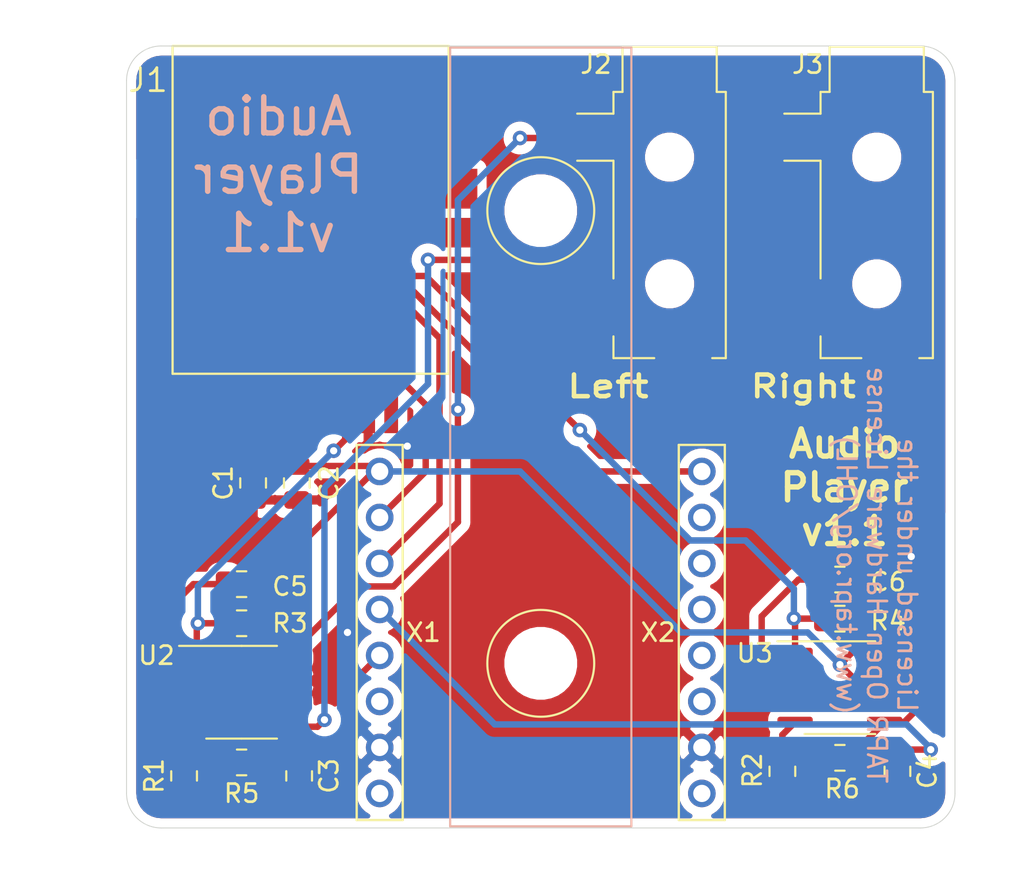
<source format=kicad_pcb>
(kicad_pcb (version 20171130) (host pcbnew "(5.1.4-0)")

  (general
    (thickness 1.6)
    (drawings 13)
    (tracks 136)
    (zones 0)
    (modules 21)
    (nets 20)
  )

  (page A4)
  (title_block
    (date 2019-10-09)
    (rev 1.1)
  )

  (layers
    (0 F.Cu signal)
    (31 B.Cu signal)
    (32 B.Adhes user)
    (33 F.Adhes user)
    (34 B.Paste user)
    (35 F.Paste user)
    (36 B.SilkS user)
    (37 F.SilkS user)
    (38 B.Mask user)
    (39 F.Mask user)
    (40 Dwgs.User user hide)
    (41 Cmts.User user)
    (42 Eco1.User user)
    (43 Eco2.User user)
    (44 Edge.Cuts user)
    (45 Margin user)
    (46 B.CrtYd user)
    (47 F.CrtYd user)
    (48 B.Fab user hide)
    (49 F.Fab user hide)
  )

  (setup
    (last_trace_width 0.25)
    (user_trace_width 0.254)
    (user_trace_width 0.3048)
    (user_trace_width 0.3556)
    (trace_clearance 0.2)
    (zone_clearance 0.508)
    (zone_45_only no)
    (trace_min 0.2)
    (via_size 0.8)
    (via_drill 0.4)
    (via_min_size 0.4)
    (via_min_drill 0.3)
    (uvia_size 0.3)
    (uvia_drill 0.1)
    (uvias_allowed no)
    (uvia_min_size 0.2)
    (uvia_min_drill 0.1)
    (edge_width 0.05)
    (segment_width 0.2)
    (pcb_text_width 0.3)
    (pcb_text_size 1.5 1.5)
    (mod_edge_width 0.12)
    (mod_text_size 1 1)
    (mod_text_width 0.15)
    (pad_size 1.524 1.524)
    (pad_drill 0.762)
    (pad_to_mask_clearance 0.1016)
    (solder_mask_min_width 0.25)
    (aux_axis_origin 0 0)
    (visible_elements FFFFFF7F)
    (pcbplotparams
      (layerselection 0x010fc_ffffffff)
      (usegerberextensions false)
      (usegerberattributes false)
      (usegerberadvancedattributes false)
      (creategerberjobfile false)
      (excludeedgelayer true)
      (linewidth 0.100000)
      (plotframeref false)
      (viasonmask false)
      (mode 1)
      (useauxorigin false)
      (hpglpennumber 1)
      (hpglpenspeed 20)
      (hpglpendiameter 15.000000)
      (psnegative false)
      (psa4output false)
      (plotreference true)
      (plotvalue true)
      (plotinvisibletext false)
      (padsonsilk false)
      (subtractmaskfromsilk false)
      (outputformat 1)
      (mirror false)
      (drillshape 0)
      (scaleselection 1)
      (outputdirectory "manufacturing/"))
  )

  (net 0 "")
  (net 1 "Net-(J2-PadT)")
  (net 2 "Net-(J2-PadS)")
  (net 3 "Net-(J3-PadT)")
  (net 4 "Net-(J3-PadS)")
  (net 5 /POW_A)
  (net 6 /GND)
  (net 7 /DIO_C)
  (net 8 /5VDC)
  (net 9 /POW_B)
  (net 10 "Net-(C5-Pad2)")
  (net 11 "Net-(R1-Pad1)")
  (net 12 "Net-(C6-Pad1)")
  (net 13 "Net-(R2-Pad1)")
  (net 14 "Net-(C3-Pad1)")
  (net 15 "Net-(C4-Pad1)")
  (net 16 "Net-(C3-Pad2)")
  (net 17 "Net-(C4-Pad2)")
  (net 18 /RX)
  (net 19 /TX)

  (net_class Default "This is the default net class."
    (clearance 0.2)
    (trace_width 0.25)
    (via_dia 0.8)
    (via_drill 0.4)
    (uvia_dia 0.3)
    (uvia_drill 0.1)
    (add_net /12VDC)
    (add_net /5VDC)
    (add_net /DIO_C)
    (add_net /GND)
    (add_net /POW_A)
    (add_net /POW_B)
    (add_net /RX)
    (add_net /TX)
    (add_net "Net-(C3-Pad1)")
    (add_net "Net-(C3-Pad2)")
    (add_net "Net-(C4-Pad1)")
    (add_net "Net-(C4-Pad2)")
    (add_net "Net-(C5-Pad2)")
    (add_net "Net-(C6-Pad1)")
    (add_net "Net-(J2-PadS)")
    (add_net "Net-(J2-PadT)")
    (add_net "Net-(J3-PadS)")
    (add_net "Net-(J3-PadT)")
    (add_net "Net-(J4-Pad1)")
    (add_net "Net-(J4-Pad2)")
    (add_net "Net-(J4-Pad3)")
    (add_net "Net-(J4-Pad4)")
    (add_net "Net-(J4-Pad5)")
    (add_net "Net-(J4-Pad6)")
    (add_net "Net-(J4-Pad7)")
    (add_net "Net-(J4-Pad8)")
    (add_net "Net-(R1-Pad1)")
    (add_net "Net-(R2-Pad1)")
    (add_net "Net-(U1-Pad11)")
    (add_net "Net-(U1-Pad12)")
    (add_net "Net-(U1-Pad13)")
    (add_net "Net-(U1-Pad14)")
    (add_net "Net-(U1-Pad15)")
    (add_net "Net-(U1-Pad6)")
    (add_net "Net-(U1-Pad8)")
    (add_net "Net-(U1-Pad9)")
  )

  (module asl_footprints:RJ45_SMD (layer F.Cu) (tedit 5D49D52B) (tstamp 5D9E8A8D)
    (at 135.128 83.82 180)
    (descr "SMD RJ45")
    (path /5D9FFD0F)
    (fp_text reference J1 (at 10.16 -1.143) (layer F.SilkS)
      (effects (font (size 1.27 1.27) (thickness 0.15)) (justify left top))
    )
    (fp_text value "RJ45 Jack" (at 6.858 -2.413) (layer F.SilkS) hide
      (effects (font (size 1.27 1.27) (thickness 0.15)) (justify left top))
    )
    (fp_line (start 7.62 0) (end -7.62 0) (layer F.SilkS) (width 0.127))
    (fp_line (start 7.62 -18.1) (end 7.62 0) (layer F.SilkS) (width 0.127))
    (fp_line (start -7.62 -18.1) (end 7.62 -18.1) (layer F.SilkS) (width 0.127))
    (fp_line (start -7.62 0) (end -7.62 -18.1) (layer F.SilkS) (width 0.127))
    (pad G2 smd rect (at 7.35 -7.88 180) (size 3.7 2.2) (layers F.Cu F.Paste F.Mask))
    (pad 8 smd rect (at 4.445 -18.205 270) (size 6.35 0.76) (layers F.Cu F.Paste F.Mask))
    (pad 7 smd rect (at 3.175 -18.205 270) (size 6.35 0.76) (layers F.Cu F.Paste F.Mask)
      (net 9 /POW_B))
    (pad 6 smd rect (at 1.905 -18.205 270) (size 6.35 0.76) (layers F.Cu F.Paste F.Mask)
      (net 8 /5VDC))
    (pad 5 smd rect (at 0.635 -18.205 270) (size 6.35 0.76) (layers F.Cu F.Paste F.Mask)
      (net 7 /DIO_C))
    (pad 1 smd rect (at -4.445 -18.205 270) (size 6.35 0.76) (layers F.Cu F.Paste F.Mask)
      (net 19 /TX))
    (pad 2 smd rect (at -3.175 -18.205 270) (size 6.35 0.76) (layers F.Cu F.Paste F.Mask)
      (net 6 /GND))
    (pad 3 smd rect (at -1.905 -18.205 270) (size 6.35 0.76) (layers F.Cu F.Paste F.Mask)
      (net 5 /POW_A))
    (pad G1 smd rect (at -7.35 -7.88 180) (size 3.7 2.2) (layers F.Cu F.Paste F.Mask))
    (pad 4 smd rect (at -0.635 -18.205 270) (size 6.35 0.76) (layers F.Cu F.Paste F.Mask)
      (net 18 /RX))
  )

  (module asl_footprints:8pin_header (layer F.Cu) (tedit 5D9E27D5) (tstamp 5D9E8469)
    (at 156.718 116.205)
    (descr ".1\" Screw terminal")
    (tags "8pos, screw, terminal")
    (path /5D9EA31E)
    (fp_text reference X2 (at -2.413 0) (layer F.SilkS)
      (effects (font (size 1 1) (thickness 0.15)))
    )
    (fp_text value 8pin_header (at 0.127 11.684) (layer F.Fab)
      (effects (font (size 1 1) (thickness 0.15)))
    )
    (fp_line (start -1.27 10.36) (end -1.27 -10.36) (layer F.SilkS) (width 0.12))
    (fp_line (start 1.27 10.36) (end -1.27 10.36) (layer F.SilkS) (width 0.12))
    (fp_line (start 1.27 -10.36) (end 1.27 10.36) (layer F.SilkS) (width 0.12))
    (fp_line (start -1.27 -10.36) (end 1.27 -10.36) (layer F.SilkS) (width 0.12))
  )

  (module asl_footprints:8pin_header (layer F.Cu) (tedit 5D9E27D5) (tstamp 5D9E8461)
    (at 138.938 116.205)
    (descr ".1\" Screw terminal")
    (tags "8pos, screw, terminal")
    (path /5D9E95CC)
    (fp_text reference X1 (at 2.413 0) (layer F.SilkS)
      (effects (font (size 1 1) (thickness 0.15)))
    )
    (fp_text value 8pin_header (at 0.127 11.684) (layer F.Fab)
      (effects (font (size 1 1) (thickness 0.15)))
    )
    (fp_line (start -1.27 10.36) (end -1.27 -10.36) (layer F.SilkS) (width 0.12))
    (fp_line (start 1.27 10.36) (end -1.27 10.36) (layer F.SilkS) (width 0.12))
    (fp_line (start 1.27 -10.36) (end 1.27 10.36) (layer F.SilkS) (width 0.12))
    (fp_line (start -1.27 -10.36) (end 1.27 -10.36) (layer F.SilkS) (width 0.12))
  )

  (module asl_footprints:MonoJack (layer F.Cu) (tedit 5D49CFC1) (tstamp 5D4A2B32)
    (at 166.37 92.456)
    (path /5D4AB811)
    (fp_text reference J3 (at -3.81 -7.62) (layer F.SilkS)
      (effects (font (size 1 1) (thickness 0.15)))
    )
    (fp_text value "Mono Audio Jack" (at 0.254 12.446) (layer F.Fab)
      (effects (font (size 1 1) (thickness 0.15)))
    )
    (fp_text user %R (at 0 0) (layer F.Fab)
      (effects (font (size 1 1) (thickness 0.15)))
    )
    (fp_line (start -3.1 -2.3) (end -5.1 -2.3) (layer F.SilkS) (width 0.12))
    (fp_line (start -3.1 -4.9) (end -5.1 -4.9) (layer F.SilkS) (width 0.12))
    (fp_line (start -3.1 4.2) (end -3.1 -2.3) (layer F.SilkS) (width 0.12))
    (fp_line (start -3.1 8.6) (end -3.1 7.4) (layer F.SilkS) (width 0.12))
    (fp_line (start -0.85 8.6) (end -3.1 8.6) (layer F.SilkS) (width 0.12))
    (fp_line (start 3.1 8.6) (end 2.35 8.6) (layer F.SilkS) (width 0.12))
    (fp_line (start 3.1 -6.1) (end 3.1 8.6) (layer F.SilkS) (width 0.12))
    (fp_line (start 2.6 -6.1) (end 3.1 -6.1) (layer F.SilkS) (width 0.12))
    (fp_line (start 2.6 -8.6) (end 2.6 -6.1) (layer F.SilkS) (width 0.12))
    (fp_line (start -2.6 -8.6) (end 2.6 -8.6) (layer F.SilkS) (width 0.12))
    (fp_line (start -2.6 -6.1) (end -2.6 -8.6) (layer F.SilkS) (width 0.12))
    (fp_line (start -3.1 -6.1) (end -2.6 -6.1) (layer F.SilkS) (width 0.12))
    (fp_line (start -3.1 -4.9) (end -3.1 -6.1) (layer F.SilkS) (width 0.12))
    (fp_line (start -5.6 -9) (end 5.6 -9) (layer F.CrtYd) (width 0.05))
    (fp_line (start -5.6 11.6) (end -5.6 -9) (layer F.CrtYd) (width 0.05))
    (fp_line (start 5.6 11.6) (end -5.6 11.6) (layer F.CrtYd) (width 0.05))
    (fp_line (start 5.6 -9) (end 5.6 11.6) (layer F.CrtYd) (width 0.05))
    (fp_line (start 2.5 -6) (end 3 -6) (layer F.Fab) (width 0.1))
    (fp_line (start 2.5 -8.5) (end 2.5 -6) (layer F.Fab) (width 0.1))
    (fp_line (start -2.5 -8.5) (end 2.5 -8.5) (layer F.Fab) (width 0.1))
    (fp_line (start -2.5 -6) (end -2.5 -8.5) (layer F.Fab) (width 0.1))
    (fp_line (start -3 -6) (end -2.5 -6) (layer F.Fab) (width 0.1))
    (fp_line (start -3 8.5) (end -3 -6) (layer F.Fab) (width 0.1))
    (fp_line (start 3 8.5) (end -3 8.5) (layer F.Fab) (width 0.1))
    (fp_line (start 3 -6) (end 3 8.5) (layer F.Fab) (width 0.1))
    (pad "" np_thru_hole circle (at 0 4.5) (size 1.7 1.7) (drill 1.7) (layers *.Cu *.Mask))
    (pad "" np_thru_hole circle (at 0 -2.5) (size 1.7 1.7) (drill 1.7) (layers *.Cu *.Mask))
    (pad T smd rect (at -3.7 5.8) (size 2.8 2.8) (layers F.Cu F.Paste F.Mask)
      (net 3 "Net-(J3-PadT)"))
    (pad TN smd rect (at 0.75 9.8) (size 2.8 2.6) (layers F.Cu F.Paste F.Mask))
    (pad S smd rect (at -3.7 -3.6) (size 2.8 2.2) (layers F.Cu F.Paste F.Mask)
      (net 4 "Net-(J3-PadS)"))
  )

  (module asl_footprints:MonoJack (layer F.Cu) (tedit 5D49CFC1) (tstamp 5D4A2D38)
    (at 154.94 92.456)
    (path /5D4AB12A)
    (fp_text reference J2 (at -4.064 -7.62) (layer F.SilkS)
      (effects (font (size 1 1) (thickness 0.15)))
    )
    (fp_text value "Mono Audio Jack" (at 0.254 12.446) (layer F.Fab)
      (effects (font (size 1 1) (thickness 0.15)))
    )
    (fp_text user %R (at 0 0) (layer F.Fab)
      (effects (font (size 1 1) (thickness 0.15)))
    )
    (fp_line (start -3.1 -2.3) (end -5.1 -2.3) (layer F.SilkS) (width 0.12))
    (fp_line (start -3.1 -4.9) (end -5.1 -4.9) (layer F.SilkS) (width 0.12))
    (fp_line (start -3.1 4.2) (end -3.1 -2.3) (layer F.SilkS) (width 0.12))
    (fp_line (start -3.1 8.6) (end -3.1 7.4) (layer F.SilkS) (width 0.12))
    (fp_line (start -0.85 8.6) (end -3.1 8.6) (layer F.SilkS) (width 0.12))
    (fp_line (start 3.1 8.6) (end 2.35 8.6) (layer F.SilkS) (width 0.12))
    (fp_line (start 3.1 -6.1) (end 3.1 8.6) (layer F.SilkS) (width 0.12))
    (fp_line (start 2.6 -6.1) (end 3.1 -6.1) (layer F.SilkS) (width 0.12))
    (fp_line (start 2.6 -8.6) (end 2.6 -6.1) (layer F.SilkS) (width 0.12))
    (fp_line (start -2.6 -8.6) (end 2.6 -8.6) (layer F.SilkS) (width 0.12))
    (fp_line (start -2.6 -6.1) (end -2.6 -8.6) (layer F.SilkS) (width 0.12))
    (fp_line (start -3.1 -6.1) (end -2.6 -6.1) (layer F.SilkS) (width 0.12))
    (fp_line (start -3.1 -4.9) (end -3.1 -6.1) (layer F.SilkS) (width 0.12))
    (fp_line (start -5.6 -9) (end 5.6 -9) (layer F.CrtYd) (width 0.05))
    (fp_line (start -5.6 11.6) (end -5.6 -9) (layer F.CrtYd) (width 0.05))
    (fp_line (start 5.6 11.6) (end -5.6 11.6) (layer F.CrtYd) (width 0.05))
    (fp_line (start 5.6 -9) (end 5.6 11.6) (layer F.CrtYd) (width 0.05))
    (fp_line (start 2.5 -6) (end 3 -6) (layer F.Fab) (width 0.1))
    (fp_line (start 2.5 -8.5) (end 2.5 -6) (layer F.Fab) (width 0.1))
    (fp_line (start -2.5 -8.5) (end 2.5 -8.5) (layer F.Fab) (width 0.1))
    (fp_line (start -2.5 -6) (end -2.5 -8.5) (layer F.Fab) (width 0.1))
    (fp_line (start -3 -6) (end -2.5 -6) (layer F.Fab) (width 0.1))
    (fp_line (start -3 8.5) (end -3 -6) (layer F.Fab) (width 0.1))
    (fp_line (start 3 8.5) (end -3 8.5) (layer F.Fab) (width 0.1))
    (fp_line (start 3 -6) (end 3 8.5) (layer F.Fab) (width 0.1))
    (pad "" np_thru_hole circle (at 0 4.5) (size 1.7 1.7) (drill 1.7) (layers *.Cu *.Mask))
    (pad "" np_thru_hole circle (at 0 -2.5) (size 1.7 1.7) (drill 1.7) (layers *.Cu *.Mask))
    (pad T smd rect (at -3.7 5.8) (size 2.8 2.8) (layers F.Cu F.Paste F.Mask)
      (net 1 "Net-(J2-PadT)"))
    (pad TN smd rect (at 0.75 9.8) (size 2.8 2.6) (layers F.Cu F.Paste F.Mask))
    (pad S smd rect (at -3.7 -3.6) (size 2.8 2.2) (layers F.Cu F.Paste F.Mask)
      (net 2 "Net-(J2-PadS)"))
  )

  (module asl_footprints:DIN_Clip (layer F.Cu) (tedit 5D0BF83A) (tstamp 5D4117A6)
    (at 147.828 105.41)
    (path /5D3A0DD1)
    (fp_text reference DRA1 (at 0 0.5) (layer F.SilkS) hide
      (effects (font (size 1 1) (thickness 0.15)))
    )
    (fp_text value DIN_Rail_Adapter (at 0 -0.5) (layer F.Fab) hide
      (effects (font (size 1 1) (thickness 0.15)))
    )
    (fp_circle (center 0 12.5) (end 2.95 12.5) (layer F.SilkS) (width 0.12))
    (fp_circle (center 0 -12.5) (end 2.95 -12.5) (layer F.SilkS) (width 0.12))
    (fp_line (start -5 21.5) (end -5 -21.5) (layer B.SilkS) (width 0.12))
    (fp_line (start 5 -21.5) (end 5 21.5) (layer B.SilkS) (width 0.12))
    (fp_line (start -5 -21.5) (end 5 -21.5) (layer B.SilkS) (width 0.12))
    (fp_line (start -5 21.5) (end 5 21.5) (layer B.SilkS) (width 0.12))
    (pad "" np_thru_hole circle (at 0 12.5) (size 3 3) (drill 3) (layers *.Cu *.Mask))
    (pad "" np_thru_hole circle (at 0 -12.5) (size 3 3) (drill 3) (layers *.Cu *.Mask))
  )

  (module Package_SO:SOIC-8_3.9x4.9mm_P1.27mm (layer F.Cu) (tedit 5C97300E) (tstamp 5D3B5C17)
    (at 131.318 119.507)
    (descr "SOIC, 8 Pin (JEDEC MS-012AA, https://www.analog.com/media/en/package-pcb-resources/package/pkg_pdf/soic_narrow-r/r_8.pdf), generated with kicad-footprint-generator ipc_gullwing_generator.py")
    (tags "SOIC SO")
    (path /5D39E3B7)
    (attr smd)
    (fp_text reference U2 (at -4.699 -2.032 180) (layer F.SilkS)
      (effects (font (size 1 1) (thickness 0.15)))
    )
    (fp_text value NCS2211 (at 0 3.4) (layer F.Fab)
      (effects (font (size 1 1) (thickness 0.15)))
    )
    (fp_text user %R (at 0 0) (layer F.Fab)
      (effects (font (size 0.98 0.98) (thickness 0.15)))
    )
    (fp_line (start 3.7 -2.7) (end -3.7 -2.7) (layer F.CrtYd) (width 0.05))
    (fp_line (start 3.7 2.7) (end 3.7 -2.7) (layer F.CrtYd) (width 0.05))
    (fp_line (start -3.7 2.7) (end 3.7 2.7) (layer F.CrtYd) (width 0.05))
    (fp_line (start -3.7 -2.7) (end -3.7 2.7) (layer F.CrtYd) (width 0.05))
    (fp_line (start -1.95 -1.475) (end -0.975 -2.45) (layer F.Fab) (width 0.1))
    (fp_line (start -1.95 2.45) (end -1.95 -1.475) (layer F.Fab) (width 0.1))
    (fp_line (start 1.95 2.45) (end -1.95 2.45) (layer F.Fab) (width 0.1))
    (fp_line (start 1.95 -2.45) (end 1.95 2.45) (layer F.Fab) (width 0.1))
    (fp_line (start -0.975 -2.45) (end 1.95 -2.45) (layer F.Fab) (width 0.1))
    (fp_line (start 0 -2.56) (end -3.45 -2.56) (layer F.SilkS) (width 0.12))
    (fp_line (start 0 -2.56) (end 1.95 -2.56) (layer F.SilkS) (width 0.12))
    (fp_line (start 0 2.56) (end -1.95 2.56) (layer F.SilkS) (width 0.12))
    (fp_line (start 0 2.56) (end 1.95 2.56) (layer F.SilkS) (width 0.12))
    (pad 8 smd roundrect (at 2.475 -1.905) (size 1.95 0.6) (layers F.Cu F.Paste F.Mask) (roundrect_rratio 0.25)
      (net 2 "Net-(J2-PadS)"))
    (pad 7 smd roundrect (at 2.475 -0.635) (size 1.95 0.6) (layers F.Cu F.Paste F.Mask) (roundrect_rratio 0.25)
      (net 6 /GND))
    (pad 6 smd roundrect (at 2.475 0.635) (size 1.95 0.6) (layers F.Cu F.Paste F.Mask) (roundrect_rratio 0.25)
      (net 8 /5VDC))
    (pad 5 smd roundrect (at 2.475 1.905) (size 1.95 0.6) (layers F.Cu F.Paste F.Mask) (roundrect_rratio 0.25)
      (net 1 "Net-(J2-PadT)"))
    (pad 4 smd roundrect (at -2.475 1.905) (size 1.95 0.6) (layers F.Cu F.Paste F.Mask) (roundrect_rratio 0.25)
      (net 11 "Net-(R1-Pad1)"))
    (pad 3 smd roundrect (at -2.475 0.635) (size 1.95 0.6) (layers F.Cu F.Paste F.Mask) (roundrect_rratio 0.25)
      (net 10 "Net-(C5-Pad2)"))
    (pad 2 smd roundrect (at -2.475 -0.635) (size 1.95 0.6) (layers F.Cu F.Paste F.Mask) (roundrect_rratio 0.25)
      (net 10 "Net-(C5-Pad2)"))
    (pad 1 smd roundrect (at -2.475 -1.905) (size 1.95 0.6) (layers F.Cu F.Paste F.Mask) (roundrect_rratio 0.25)
      (net 5 /POW_A))
    (model ${KISYS3DMOD}/Package_SO.3dshapes/SOIC-8_3.9x4.9mm_P1.27mm.wrl
      (at (xyz 0 0 0))
      (scale (xyz 1 1 1))
      (rotate (xyz 0 0 0))
    )
  )

  (module Package_SO:SOIC-8_3.9x4.9mm_P1.27mm (layer F.Cu) (tedit 5C97300E) (tstamp 5D3B5958)
    (at 164.338 119.253)
    (descr "SOIC, 8 Pin (JEDEC MS-012AA, https://www.analog.com/media/en/package-pcb-resources/package/pkg_pdf/soic_narrow-r/r_8.pdf), generated with kicad-footprint-generator ipc_gullwing_generator.py")
    (tags "SOIC SO")
    (path /5D41AB3C)
    (attr smd)
    (fp_text reference U3 (at -4.699 -1.905 180) (layer F.SilkS)
      (effects (font (size 1 1) (thickness 0.15)))
    )
    (fp_text value NCS2211 (at 0 3.4) (layer F.Fab)
      (effects (font (size 1 1) (thickness 0.15)))
    )
    (fp_text user %R (at 0 0) (layer F.Fab)
      (effects (font (size 0.98 0.98) (thickness 0.15)))
    )
    (fp_line (start 3.7 -2.7) (end -3.7 -2.7) (layer F.CrtYd) (width 0.05))
    (fp_line (start 3.7 2.7) (end 3.7 -2.7) (layer F.CrtYd) (width 0.05))
    (fp_line (start -3.7 2.7) (end 3.7 2.7) (layer F.CrtYd) (width 0.05))
    (fp_line (start -3.7 -2.7) (end -3.7 2.7) (layer F.CrtYd) (width 0.05))
    (fp_line (start -1.95 -1.475) (end -0.975 -2.45) (layer F.Fab) (width 0.1))
    (fp_line (start -1.95 2.45) (end -1.95 -1.475) (layer F.Fab) (width 0.1))
    (fp_line (start 1.95 2.45) (end -1.95 2.45) (layer F.Fab) (width 0.1))
    (fp_line (start 1.95 -2.45) (end 1.95 2.45) (layer F.Fab) (width 0.1))
    (fp_line (start -0.975 -2.45) (end 1.95 -2.45) (layer F.Fab) (width 0.1))
    (fp_line (start 0 -2.56) (end -3.45 -2.56) (layer F.SilkS) (width 0.12))
    (fp_line (start 0 -2.56) (end 1.95 -2.56) (layer F.SilkS) (width 0.12))
    (fp_line (start 0 2.56) (end -1.95 2.56) (layer F.SilkS) (width 0.12))
    (fp_line (start 0 2.56) (end 1.95 2.56) (layer F.SilkS) (width 0.12))
    (pad 8 smd roundrect (at 2.475 -1.905) (size 1.95 0.6) (layers F.Cu F.Paste F.Mask) (roundrect_rratio 0.25)
      (net 4 "Net-(J3-PadS)"))
    (pad 7 smd roundrect (at 2.475 -0.635) (size 1.95 0.6) (layers F.Cu F.Paste F.Mask) (roundrect_rratio 0.25)
      (net 6 /GND))
    (pad 6 smd roundrect (at 2.475 0.635) (size 1.95 0.6) (layers F.Cu F.Paste F.Mask) (roundrect_rratio 0.25)
      (net 8 /5VDC))
    (pad 5 smd roundrect (at 2.475 1.905) (size 1.95 0.6) (layers F.Cu F.Paste F.Mask) (roundrect_rratio 0.25)
      (net 3 "Net-(J3-PadT)"))
    (pad 4 smd roundrect (at -2.475 1.905) (size 1.95 0.6) (layers F.Cu F.Paste F.Mask) (roundrect_rratio 0.25)
      (net 13 "Net-(R2-Pad1)"))
    (pad 3 smd roundrect (at -2.475 0.635) (size 1.95 0.6) (layers F.Cu F.Paste F.Mask) (roundrect_rratio 0.25)
      (net 12 "Net-(C6-Pad1)"))
    (pad 2 smd roundrect (at -2.475 -0.635) (size 1.95 0.6) (layers F.Cu F.Paste F.Mask) (roundrect_rratio 0.25)
      (net 12 "Net-(C6-Pad1)"))
    (pad 1 smd roundrect (at -2.475 -1.905) (size 1.95 0.6) (layers F.Cu F.Paste F.Mask) (roundrect_rratio 0.25)
      (net 9 /POW_B))
    (model ${KISYS3DMOD}/Package_SO.3dshapes/SOIC-8_3.9x4.9mm_P1.27mm.wrl
      (at (xyz 0 0 0))
      (scale (xyz 1 1 1))
      (rotate (xyz 0 0 0))
    )
  )

  (module asl_footprints:DFPlayer (layer F.Cu) (tedit 5D3B1071) (tstamp 5D4118D0)
    (at 147.828 116.205)
    (descr ".1\" Screw terminal")
    (tags "8pos, screw, terminal")
    (path /5D3CD130)
    (fp_text reference U1 (at 0 -3.81) (layer F.SilkS) hide
      (effects (font (size 1 1) (thickness 0.15)))
    )
    (fp_text value DFPlayer (at 7.62 11.43) (layer F.Fab)
      (effects (font (size 1 1) (thickness 0.15)))
    )
    (fp_line (start 7.62 -10.36) (end 10.16 -10.36) (layer F.SilkS) (width 0.12))
    (fp_line (start 10.16 10.36) (end 7.62 10.36) (layer F.SilkS) (width 0.12))
    (fp_line (start 7.62 -10.36) (end 7.62 10.36) (layer F.SilkS) (width 0.12))
    (fp_line (start 10.16 -10.36) (end 10.16 10.36) (layer F.SilkS) (width 0.12))
    (fp_line (start -10.16 10.36) (end -10.16 -10.36) (layer F.SilkS) (width 0.12))
    (fp_line (start -7.62 10.36) (end -10.16 10.36) (layer F.SilkS) (width 0.12))
    (fp_line (start -7.62 -10.36) (end -7.62 10.36) (layer F.SilkS) (width 0.12))
    (fp_line (start -10.16 -10.36) (end -7.62 -10.36) (layer F.SilkS) (width 0.12))
    (pad 14 thru_hole circle (at 8.89 -3.81) (size 1.524 1.524) (drill 0.95) (layers *.Cu *.Mask))
    (pad 13 thru_hole circle (at 8.89 -1.27) (size 1.524 1.524) (drill 0.95) (layers *.Cu *.Mask))
    (pad 12 thru_hole circle (at 8.89 1.27) (size 1.524 1.524) (drill 0.95) (layers *.Cu *.Mask))
    (pad 11 thru_hole circle (at 8.89 3.81) (size 1.524 1.524) (drill 0.95) (layers *.Cu *.Mask))
    (pad 10 thru_hole circle (at 8.89 6.35) (size 1.524 1.524) (drill 0.95) (layers *.Cu *.Mask)
      (net 6 /GND))
    (pad 9 thru_hole circle (at 8.89 8.89) (size 1.524 1.524) (drill 0.95) (layers *.Cu *.Mask))
    (pad 15 thru_hole circle (at 8.89 -6.35) (size 1.524 1.524) (drill 0.95) (layers *.Cu *.Mask))
    (pad 16 thru_hole circle (at 8.89 -8.89) (size 1.524 1.524) (drill 0.95) (layers *.Cu *.Mask)
      (net 7 /DIO_C))
    (pad 8 thru_hole circle (at -8.89 8.89) (size 1.524 1.524) (drill 0.95) (layers *.Cu *.Mask))
    (pad 7 thru_hole circle (at -8.89 6.35) (size 1.524 1.524) (drill 0.95) (layers *.Cu *.Mask)
      (net 6 /GND))
    (pad 6 thru_hole circle (at -8.89 3.81) (size 1.524 1.524) (drill 0.95) (layers *.Cu *.Mask))
    (pad 5 thru_hole circle (at -8.89 1.27) (size 1.524 1.524) (drill 0.95) (layers *.Cu *.Mask)
      (net 14 "Net-(C3-Pad1)"))
    (pad 4 thru_hole circle (at -8.89 -1.27) (size 1.524 1.524) (drill 0.95) (layers *.Cu *.Mask)
      (net 15 "Net-(C4-Pad1)"))
    (pad 3 thru_hole circle (at -8.89 -3.81) (size 1.524 1.524) (drill 0.95) (layers *.Cu *.Mask)
      (net 18 /RX))
    (pad 2 thru_hole circle (at -8.89 -6.35) (size 1.524 1.524) (drill 0.95) (layers *.Cu *.Mask)
      (net 19 /TX))
    (pad 1 thru_hole circle (at -8.89 -8.89) (size 1.524 1.524) (drill 0.95) (layers *.Cu *.Mask)
      (net 8 /5VDC))
  )

  (module Capacitor_SMD:C_0805_2012Metric (layer F.Cu) (tedit 5B36C52B) (tstamp 5D3BBD3B)
    (at 131.953 107.95 90)
    (descr "Capacitor SMD 0805 (2012 Metric), square (rectangular) end terminal, IPC_7351 nominal, (Body size source: https://docs.google.com/spreadsheets/d/1BsfQQcO9C6DZCsRaXUlFlo91Tg2WpOkGARC1WS5S8t0/edit?usp=sharing), generated with kicad-footprint-generator")
    (tags capacitor)
    (path /5D3D8179)
    (attr smd)
    (fp_text reference C1 (at 0 -1.65 90) (layer F.SilkS)
      (effects (font (size 1 1) (thickness 0.15)))
    )
    (fp_text value 10µF (at 0 1.65 90) (layer F.Fab)
      (effects (font (size 1 1) (thickness 0.15)))
    )
    (fp_text user %R (at 0 0 90) (layer F.Fab)
      (effects (font (size 0.5 0.5) (thickness 0.08)))
    )
    (fp_line (start 1.68 0.95) (end -1.68 0.95) (layer F.CrtYd) (width 0.05))
    (fp_line (start 1.68 -0.95) (end 1.68 0.95) (layer F.CrtYd) (width 0.05))
    (fp_line (start -1.68 -0.95) (end 1.68 -0.95) (layer F.CrtYd) (width 0.05))
    (fp_line (start -1.68 0.95) (end -1.68 -0.95) (layer F.CrtYd) (width 0.05))
    (fp_line (start -0.258578 0.71) (end 0.258578 0.71) (layer F.SilkS) (width 0.12))
    (fp_line (start -0.258578 -0.71) (end 0.258578 -0.71) (layer F.SilkS) (width 0.12))
    (fp_line (start 1 0.6) (end -1 0.6) (layer F.Fab) (width 0.1))
    (fp_line (start 1 -0.6) (end 1 0.6) (layer F.Fab) (width 0.1))
    (fp_line (start -1 -0.6) (end 1 -0.6) (layer F.Fab) (width 0.1))
    (fp_line (start -1 0.6) (end -1 -0.6) (layer F.Fab) (width 0.1))
    (pad 2 smd roundrect (at 0.9375 0 90) (size 0.975 1.4) (layers F.Cu F.Paste F.Mask) (roundrect_rratio 0.25)
      (net 8 /5VDC))
    (pad 1 smd roundrect (at -0.9375 0 90) (size 0.975 1.4) (layers F.Cu F.Paste F.Mask) (roundrect_rratio 0.25)
      (net 6 /GND))
    (model ${KISYS3DMOD}/Capacitor_SMD.3dshapes/C_0805_2012Metric.wrl
      (at (xyz 0 0 0))
      (scale (xyz 1 1 1))
      (rotate (xyz 0 0 0))
    )
  )

  (module Capacitor_SMD:C_0805_2012Metric (layer F.Cu) (tedit 5B36C52B) (tstamp 5D3B707E)
    (at 134.366 107.95 90)
    (descr "Capacitor SMD 0805 (2012 Metric), square (rectangular) end terminal, IPC_7351 nominal, (Body size source: https://docs.google.com/spreadsheets/d/1BsfQQcO9C6DZCsRaXUlFlo91Tg2WpOkGARC1WS5S8t0/edit?usp=sharing), generated with kicad-footprint-generator")
    (tags capacitor)
    (path /5D3DA114)
    (attr smd)
    (fp_text reference C2 (at 0 1.778 90) (layer F.SilkS)
      (effects (font (size 1 1) (thickness 0.15)))
    )
    (fp_text value 100nF (at 0 1.65 90) (layer F.Fab)
      (effects (font (size 1 1) (thickness 0.15)))
    )
    (fp_text user %R (at 0 0 90) (layer F.Fab)
      (effects (font (size 0.5 0.5) (thickness 0.08)))
    )
    (fp_line (start 1.68 0.95) (end -1.68 0.95) (layer F.CrtYd) (width 0.05))
    (fp_line (start 1.68 -0.95) (end 1.68 0.95) (layer F.CrtYd) (width 0.05))
    (fp_line (start -1.68 -0.95) (end 1.68 -0.95) (layer F.CrtYd) (width 0.05))
    (fp_line (start -1.68 0.95) (end -1.68 -0.95) (layer F.CrtYd) (width 0.05))
    (fp_line (start -0.258578 0.71) (end 0.258578 0.71) (layer F.SilkS) (width 0.12))
    (fp_line (start -0.258578 -0.71) (end 0.258578 -0.71) (layer F.SilkS) (width 0.12))
    (fp_line (start 1 0.6) (end -1 0.6) (layer F.Fab) (width 0.1))
    (fp_line (start 1 -0.6) (end 1 0.6) (layer F.Fab) (width 0.1))
    (fp_line (start -1 -0.6) (end 1 -0.6) (layer F.Fab) (width 0.1))
    (fp_line (start -1 0.6) (end -1 -0.6) (layer F.Fab) (width 0.1))
    (pad 2 smd roundrect (at 0.9375 0 90) (size 0.975 1.4) (layers F.Cu F.Paste F.Mask) (roundrect_rratio 0.25)
      (net 8 /5VDC))
    (pad 1 smd roundrect (at -0.9375 0 90) (size 0.975 1.4) (layers F.Cu F.Paste F.Mask) (roundrect_rratio 0.25)
      (net 6 /GND))
    (model ${KISYS3DMOD}/Capacitor_SMD.3dshapes/C_0805_2012Metric.wrl
      (at (xyz 0 0 0))
      (scale (xyz 1 1 1))
      (rotate (xyz 0 0 0))
    )
  )

  (module Capacitor_SMD:C_0805_2012Metric (layer F.Cu) (tedit 5B36C52B) (tstamp 5D3B6840)
    (at 134.493 124.1275 270)
    (descr "Capacitor SMD 0805 (2012 Metric), square (rectangular) end terminal, IPC_7351 nominal, (Body size source: https://docs.google.com/spreadsheets/d/1BsfQQcO9C6DZCsRaXUlFlo91Tg2WpOkGARC1WS5S8t0/edit?usp=sharing), generated with kicad-footprint-generator")
    (tags capacitor)
    (path /5D3F22B4)
    (attr smd)
    (fp_text reference C3 (at 0 -1.65 90) (layer F.SilkS)
      (effects (font (size 1 1) (thickness 0.15)))
    )
    (fp_text value 1µF (at 0 1.65 90) (layer F.Fab)
      (effects (font (size 1 1) (thickness 0.15)))
    )
    (fp_text user %R (at 0 0 90) (layer F.Fab)
      (effects (font (size 0.5 0.5) (thickness 0.08)))
    )
    (fp_line (start 1.68 0.95) (end -1.68 0.95) (layer F.CrtYd) (width 0.05))
    (fp_line (start 1.68 -0.95) (end 1.68 0.95) (layer F.CrtYd) (width 0.05))
    (fp_line (start -1.68 -0.95) (end 1.68 -0.95) (layer F.CrtYd) (width 0.05))
    (fp_line (start -1.68 0.95) (end -1.68 -0.95) (layer F.CrtYd) (width 0.05))
    (fp_line (start -0.258578 0.71) (end 0.258578 0.71) (layer F.SilkS) (width 0.12))
    (fp_line (start -0.258578 -0.71) (end 0.258578 -0.71) (layer F.SilkS) (width 0.12))
    (fp_line (start 1 0.6) (end -1 0.6) (layer F.Fab) (width 0.1))
    (fp_line (start 1 -0.6) (end 1 0.6) (layer F.Fab) (width 0.1))
    (fp_line (start -1 -0.6) (end 1 -0.6) (layer F.Fab) (width 0.1))
    (fp_line (start -1 0.6) (end -1 -0.6) (layer F.Fab) (width 0.1))
    (pad 2 smd roundrect (at 0.9375 0 270) (size 0.975 1.4) (layers F.Cu F.Paste F.Mask) (roundrect_rratio 0.25)
      (net 16 "Net-(C3-Pad2)"))
    (pad 1 smd roundrect (at -0.9375 0 270) (size 0.975 1.4) (layers F.Cu F.Paste F.Mask) (roundrect_rratio 0.25)
      (net 14 "Net-(C3-Pad1)"))
    (model ${KISYS3DMOD}/Capacitor_SMD.3dshapes/C_0805_2012Metric.wrl
      (at (xyz 0 0 0))
      (scale (xyz 1 1 1))
      (rotate (xyz 0 0 0))
    )
  )

  (module Capacitor_SMD:C_0805_2012Metric (layer F.Cu) (tedit 5B36C52B) (tstamp 5D412067)
    (at 167.513 123.8735 270)
    (descr "Capacitor SMD 0805 (2012 Metric), square (rectangular) end terminal, IPC_7351 nominal, (Body size source: https://docs.google.com/spreadsheets/d/1BsfQQcO9C6DZCsRaXUlFlo91Tg2WpOkGARC1WS5S8t0/edit?usp=sharing), generated with kicad-footprint-generator")
    (tags capacitor)
    (path /5D41AB60)
    (attr smd)
    (fp_text reference C4 (at 0 -1.65 90) (layer F.SilkS)
      (effects (font (size 1 1) (thickness 0.15)))
    )
    (fp_text value 1µF (at 0 1.65 90) (layer F.Fab)
      (effects (font (size 1 1) (thickness 0.15)))
    )
    (fp_text user %R (at 0 0 90) (layer F.Fab)
      (effects (font (size 0.5 0.5) (thickness 0.08)))
    )
    (fp_line (start 1.68 0.95) (end -1.68 0.95) (layer F.CrtYd) (width 0.05))
    (fp_line (start 1.68 -0.95) (end 1.68 0.95) (layer F.CrtYd) (width 0.05))
    (fp_line (start -1.68 -0.95) (end 1.68 -0.95) (layer F.CrtYd) (width 0.05))
    (fp_line (start -1.68 0.95) (end -1.68 -0.95) (layer F.CrtYd) (width 0.05))
    (fp_line (start -0.258578 0.71) (end 0.258578 0.71) (layer F.SilkS) (width 0.12))
    (fp_line (start -0.258578 -0.71) (end 0.258578 -0.71) (layer F.SilkS) (width 0.12))
    (fp_line (start 1 0.6) (end -1 0.6) (layer F.Fab) (width 0.1))
    (fp_line (start 1 -0.6) (end 1 0.6) (layer F.Fab) (width 0.1))
    (fp_line (start -1 -0.6) (end 1 -0.6) (layer F.Fab) (width 0.1))
    (fp_line (start -1 0.6) (end -1 -0.6) (layer F.Fab) (width 0.1))
    (pad 2 smd roundrect (at 0.9375 0 270) (size 0.975 1.4) (layers F.Cu F.Paste F.Mask) (roundrect_rratio 0.25)
      (net 17 "Net-(C4-Pad2)"))
    (pad 1 smd roundrect (at -0.9375 0 270) (size 0.975 1.4) (layers F.Cu F.Paste F.Mask) (roundrect_rratio 0.25)
      (net 15 "Net-(C4-Pad1)"))
    (model ${KISYS3DMOD}/Capacitor_SMD.3dshapes/C_0805_2012Metric.wrl
      (at (xyz 0 0 0))
      (scale (xyz 1 1 1))
      (rotate (xyz 0 0 0))
    )
  )

  (module Capacitor_SMD:C_0805_2012Metric (layer F.Cu) (tedit 5B36C52B) (tstamp 5D3B6B39)
    (at 131.318 113.538 180)
    (descr "Capacitor SMD 0805 (2012 Metric), square (rectangular) end terminal, IPC_7351 nominal, (Body size source: https://docs.google.com/spreadsheets/d/1BsfQQcO9C6DZCsRaXUlFlo91Tg2WpOkGARC1WS5S8t0/edit?usp=sharing), generated with kicad-footprint-generator")
    (tags capacitor)
    (path /5D412A2D)
    (attr smd)
    (fp_text reference C5 (at -2.667 -0.127) (layer F.SilkS)
      (effects (font (size 1 1) (thickness 0.15)))
    )
    (fp_text value 1µF (at 0 1.65) (layer F.Fab)
      (effects (font (size 1 1) (thickness 0.15)))
    )
    (fp_text user %R (at 0 0) (layer F.Fab)
      (effects (font (size 0.5 0.5) (thickness 0.08)))
    )
    (fp_line (start 1.68 0.95) (end -1.68 0.95) (layer F.CrtYd) (width 0.05))
    (fp_line (start 1.68 -0.95) (end 1.68 0.95) (layer F.CrtYd) (width 0.05))
    (fp_line (start -1.68 -0.95) (end 1.68 -0.95) (layer F.CrtYd) (width 0.05))
    (fp_line (start -1.68 0.95) (end -1.68 -0.95) (layer F.CrtYd) (width 0.05))
    (fp_line (start -0.258578 0.71) (end 0.258578 0.71) (layer F.SilkS) (width 0.12))
    (fp_line (start -0.258578 -0.71) (end 0.258578 -0.71) (layer F.SilkS) (width 0.12))
    (fp_line (start 1 0.6) (end -1 0.6) (layer F.Fab) (width 0.1))
    (fp_line (start 1 -0.6) (end 1 0.6) (layer F.Fab) (width 0.1))
    (fp_line (start -1 -0.6) (end 1 -0.6) (layer F.Fab) (width 0.1))
    (fp_line (start -1 0.6) (end -1 -0.6) (layer F.Fab) (width 0.1))
    (pad 2 smd roundrect (at 0.9375 0 180) (size 0.975 1.4) (layers F.Cu F.Paste F.Mask) (roundrect_rratio 0.25)
      (net 10 "Net-(C5-Pad2)"))
    (pad 1 smd roundrect (at -0.9375 0 180) (size 0.975 1.4) (layers F.Cu F.Paste F.Mask) (roundrect_rratio 0.25)
      (net 6 /GND))
    (model ${KISYS3DMOD}/Capacitor_SMD.3dshapes/C_0805_2012Metric.wrl
      (at (xyz 0 0 0))
      (scale (xyz 1 1 1))
      (rotate (xyz 0 0 0))
    )
  )

  (module Capacitor_SMD:C_0805_2012Metric (layer F.Cu) (tedit 5B36C52B) (tstamp 5D411F41)
    (at 164.338 113.284)
    (descr "Capacitor SMD 0805 (2012 Metric), square (rectangular) end terminal, IPC_7351 nominal, (Body size source: https://docs.google.com/spreadsheets/d/1BsfQQcO9C6DZCsRaXUlFlo91Tg2WpOkGARC1WS5S8t0/edit?usp=sharing), generated with kicad-footprint-generator")
    (tags capacitor)
    (path /5D41AB72)
    (attr smd)
    (fp_text reference C6 (at 2.667 0.127) (layer F.SilkS)
      (effects (font (size 1 1) (thickness 0.15)))
    )
    (fp_text value 1µF (at 0 1.65) (layer F.Fab)
      (effects (font (size 1 1) (thickness 0.15)))
    )
    (fp_text user %R (at 0 0) (layer F.Fab)
      (effects (font (size 0.5 0.5) (thickness 0.08)))
    )
    (fp_line (start 1.68 0.95) (end -1.68 0.95) (layer F.CrtYd) (width 0.05))
    (fp_line (start 1.68 -0.95) (end 1.68 0.95) (layer F.CrtYd) (width 0.05))
    (fp_line (start -1.68 -0.95) (end 1.68 -0.95) (layer F.CrtYd) (width 0.05))
    (fp_line (start -1.68 0.95) (end -1.68 -0.95) (layer F.CrtYd) (width 0.05))
    (fp_line (start -0.258578 0.71) (end 0.258578 0.71) (layer F.SilkS) (width 0.12))
    (fp_line (start -0.258578 -0.71) (end 0.258578 -0.71) (layer F.SilkS) (width 0.12))
    (fp_line (start 1 0.6) (end -1 0.6) (layer F.Fab) (width 0.1))
    (fp_line (start 1 -0.6) (end 1 0.6) (layer F.Fab) (width 0.1))
    (fp_line (start -1 -0.6) (end 1 -0.6) (layer F.Fab) (width 0.1))
    (fp_line (start -1 0.6) (end -1 -0.6) (layer F.Fab) (width 0.1))
    (pad 2 smd roundrect (at 0.9375 0) (size 0.975 1.4) (layers F.Cu F.Paste F.Mask) (roundrect_rratio 0.25)
      (net 6 /GND))
    (pad 1 smd roundrect (at -0.9375 0) (size 0.975 1.4) (layers F.Cu F.Paste F.Mask) (roundrect_rratio 0.25)
      (net 12 "Net-(C6-Pad1)"))
    (model ${KISYS3DMOD}/Capacitor_SMD.3dshapes/C_0805_2012Metric.wrl
      (at (xyz 0 0 0))
      (scale (xyz 1 1 1))
      (rotate (xyz 0 0 0))
    )
  )

  (module Resistor_SMD:R_0805_2012Metric (layer F.Cu) (tedit 5B36C52B) (tstamp 5D3B505F)
    (at 128.143 124.1275 270)
    (descr "Resistor SMD 0805 (2012 Metric), square (rectangular) end terminal, IPC_7351 nominal, (Body size source: https://docs.google.com/spreadsheets/d/1BsfQQcO9C6DZCsRaXUlFlo91Tg2WpOkGARC1WS5S8t0/edit?usp=sharing), generated with kicad-footprint-generator")
    (tags resistor)
    (path /5D3E94E0)
    (attr smd)
    (fp_text reference R1 (at 0 1.651 90) (layer F.SilkS)
      (effects (font (size 1 1) (thickness 0.15)))
    )
    (fp_text value 10KΩ (at 0 1.65 90) (layer F.Fab)
      (effects (font (size 1 1) (thickness 0.15)))
    )
    (fp_text user %R (at 0 0 90) (layer F.Fab)
      (effects (font (size 0.5 0.5) (thickness 0.08)))
    )
    (fp_line (start 1.68 0.95) (end -1.68 0.95) (layer F.CrtYd) (width 0.05))
    (fp_line (start 1.68 -0.95) (end 1.68 0.95) (layer F.CrtYd) (width 0.05))
    (fp_line (start -1.68 -0.95) (end 1.68 -0.95) (layer F.CrtYd) (width 0.05))
    (fp_line (start -1.68 0.95) (end -1.68 -0.95) (layer F.CrtYd) (width 0.05))
    (fp_line (start -0.258578 0.71) (end 0.258578 0.71) (layer F.SilkS) (width 0.12))
    (fp_line (start -0.258578 -0.71) (end 0.258578 -0.71) (layer F.SilkS) (width 0.12))
    (fp_line (start 1 0.6) (end -1 0.6) (layer F.Fab) (width 0.1))
    (fp_line (start 1 -0.6) (end 1 0.6) (layer F.Fab) (width 0.1))
    (fp_line (start -1 -0.6) (end 1 -0.6) (layer F.Fab) (width 0.1))
    (fp_line (start -1 0.6) (end -1 -0.6) (layer F.Fab) (width 0.1))
    (pad 2 smd roundrect (at 0.9375 0 270) (size 0.975 1.4) (layers F.Cu F.Paste F.Mask) (roundrect_rratio 0.25)
      (net 16 "Net-(C3-Pad2)"))
    (pad 1 smd roundrect (at -0.9375 0 270) (size 0.975 1.4) (layers F.Cu F.Paste F.Mask) (roundrect_rratio 0.25)
      (net 11 "Net-(R1-Pad1)"))
    (model ${KISYS3DMOD}/Resistor_SMD.3dshapes/R_0805_2012Metric.wrl
      (at (xyz 0 0 0))
      (scale (xyz 1 1 1))
      (rotate (xyz 0 0 0))
    )
  )

  (module Resistor_SMD:R_0805_2012Metric (layer F.Cu) (tedit 5B36C52B) (tstamp 5D3B58B8)
    (at 161.163 123.8735 270)
    (descr "Resistor SMD 0805 (2012 Metric), square (rectangular) end terminal, IPC_7351 nominal, (Body size source: https://docs.google.com/spreadsheets/d/1BsfQQcO9C6DZCsRaXUlFlo91Tg2WpOkGARC1WS5S8t0/edit?usp=sharing), generated with kicad-footprint-generator")
    (tags resistor)
    (path /5D41AB48)
    (attr smd)
    (fp_text reference R2 (at -0.0485 1.651 90) (layer F.SilkS)
      (effects (font (size 1 1) (thickness 0.15)))
    )
    (fp_text value 10KΩ (at 0 1.65 90) (layer F.Fab)
      (effects (font (size 1 1) (thickness 0.15)))
    )
    (fp_text user %R (at 0 0 90) (layer F.Fab)
      (effects (font (size 0.5 0.5) (thickness 0.08)))
    )
    (fp_line (start 1.68 0.95) (end -1.68 0.95) (layer F.CrtYd) (width 0.05))
    (fp_line (start 1.68 -0.95) (end 1.68 0.95) (layer F.CrtYd) (width 0.05))
    (fp_line (start -1.68 -0.95) (end 1.68 -0.95) (layer F.CrtYd) (width 0.05))
    (fp_line (start -1.68 0.95) (end -1.68 -0.95) (layer F.CrtYd) (width 0.05))
    (fp_line (start -0.258578 0.71) (end 0.258578 0.71) (layer F.SilkS) (width 0.12))
    (fp_line (start -0.258578 -0.71) (end 0.258578 -0.71) (layer F.SilkS) (width 0.12))
    (fp_line (start 1 0.6) (end -1 0.6) (layer F.Fab) (width 0.1))
    (fp_line (start 1 -0.6) (end 1 0.6) (layer F.Fab) (width 0.1))
    (fp_line (start -1 -0.6) (end 1 -0.6) (layer F.Fab) (width 0.1))
    (fp_line (start -1 0.6) (end -1 -0.6) (layer F.Fab) (width 0.1))
    (pad 2 smd roundrect (at 0.9375 0 270) (size 0.975 1.4) (layers F.Cu F.Paste F.Mask) (roundrect_rratio 0.25)
      (net 17 "Net-(C4-Pad2)"))
    (pad 1 smd roundrect (at -0.9375 0 270) (size 0.975 1.4) (layers F.Cu F.Paste F.Mask) (roundrect_rratio 0.25)
      (net 13 "Net-(R2-Pad1)"))
    (model ${KISYS3DMOD}/Resistor_SMD.3dshapes/R_0805_2012Metric.wrl
      (at (xyz 0 0 0))
      (scale (xyz 1 1 1))
      (rotate (xyz 0 0 0))
    )
  )

  (module Resistor_SMD:R_0805_2012Metric (layer F.Cu) (tedit 5B36C52B) (tstamp 5D4119E9)
    (at 131.318 115.697 180)
    (descr "Resistor SMD 0805 (2012 Metric), square (rectangular) end terminal, IPC_7351 nominal, (Body size source: https://docs.google.com/spreadsheets/d/1BsfQQcO9C6DZCsRaXUlFlo91Tg2WpOkGARC1WS5S8t0/edit?usp=sharing), generated with kicad-footprint-generator")
    (tags resistor)
    (path /5D413136)
    (attr smd)
    (fp_text reference R3 (at -2.667 0) (layer F.SilkS)
      (effects (font (size 1 1) (thickness 0.15)))
    )
    (fp_text value 10KΩ (at 0 1.65) (layer F.Fab)
      (effects (font (size 1 1) (thickness 0.15)))
    )
    (fp_text user %R (at 0 0) (layer F.Fab)
      (effects (font (size 0.5 0.5) (thickness 0.08)))
    )
    (fp_line (start 1.68 0.95) (end -1.68 0.95) (layer F.CrtYd) (width 0.05))
    (fp_line (start 1.68 -0.95) (end 1.68 0.95) (layer F.CrtYd) (width 0.05))
    (fp_line (start -1.68 -0.95) (end 1.68 -0.95) (layer F.CrtYd) (width 0.05))
    (fp_line (start -1.68 0.95) (end -1.68 -0.95) (layer F.CrtYd) (width 0.05))
    (fp_line (start -0.258578 0.71) (end 0.258578 0.71) (layer F.SilkS) (width 0.12))
    (fp_line (start -0.258578 -0.71) (end 0.258578 -0.71) (layer F.SilkS) (width 0.12))
    (fp_line (start 1 0.6) (end -1 0.6) (layer F.Fab) (width 0.1))
    (fp_line (start 1 -0.6) (end 1 0.6) (layer F.Fab) (width 0.1))
    (fp_line (start -1 -0.6) (end 1 -0.6) (layer F.Fab) (width 0.1))
    (fp_line (start -1 0.6) (end -1 -0.6) (layer F.Fab) (width 0.1))
    (pad 2 smd roundrect (at 0.9375 0 180) (size 0.975 1.4) (layers F.Cu F.Paste F.Mask) (roundrect_rratio 0.25)
      (net 5 /POW_A))
    (pad 1 smd roundrect (at -0.9375 0 180) (size 0.975 1.4) (layers F.Cu F.Paste F.Mask) (roundrect_rratio 0.25)
      (net 8 /5VDC))
    (model ${KISYS3DMOD}/Resistor_SMD.3dshapes/R_0805_2012Metric.wrl
      (at (xyz 0 0 0))
      (scale (xyz 1 1 1))
      (rotate (xyz 0 0 0))
    )
  )

  (module Resistor_SMD:R_0805_2012Metric (layer F.Cu) (tedit 5B36C52B) (tstamp 5D411B00)
    (at 164.338 115.443 180)
    (descr "Resistor SMD 0805 (2012 Metric), square (rectangular) end terminal, IPC_7351 nominal, (Body size source: https://docs.google.com/spreadsheets/d/1BsfQQcO9C6DZCsRaXUlFlo91Tg2WpOkGARC1WS5S8t0/edit?usp=sharing), generated with kicad-footprint-generator")
    (tags resistor)
    (path /5D41AB79)
    (attr smd)
    (fp_text reference R4 (at -2.667 -0.127) (layer F.SilkS)
      (effects (font (size 1 1) (thickness 0.15)))
    )
    (fp_text value 10KΩ (at 0 1.65) (layer F.Fab)
      (effects (font (size 1 1) (thickness 0.15)))
    )
    (fp_text user %R (at 0 0) (layer F.Fab)
      (effects (font (size 0.5 0.5) (thickness 0.08)))
    )
    (fp_line (start 1.68 0.95) (end -1.68 0.95) (layer F.CrtYd) (width 0.05))
    (fp_line (start 1.68 -0.95) (end 1.68 0.95) (layer F.CrtYd) (width 0.05))
    (fp_line (start -1.68 -0.95) (end 1.68 -0.95) (layer F.CrtYd) (width 0.05))
    (fp_line (start -1.68 0.95) (end -1.68 -0.95) (layer F.CrtYd) (width 0.05))
    (fp_line (start -0.258578 0.71) (end 0.258578 0.71) (layer F.SilkS) (width 0.12))
    (fp_line (start -0.258578 -0.71) (end 0.258578 -0.71) (layer F.SilkS) (width 0.12))
    (fp_line (start 1 0.6) (end -1 0.6) (layer F.Fab) (width 0.1))
    (fp_line (start 1 -0.6) (end 1 0.6) (layer F.Fab) (width 0.1))
    (fp_line (start -1 -0.6) (end 1 -0.6) (layer F.Fab) (width 0.1))
    (fp_line (start -1 0.6) (end -1 -0.6) (layer F.Fab) (width 0.1))
    (pad 2 smd roundrect (at 0.9375 0 180) (size 0.975 1.4) (layers F.Cu F.Paste F.Mask) (roundrect_rratio 0.25)
      (net 9 /POW_B))
    (pad 1 smd roundrect (at -0.9375 0 180) (size 0.975 1.4) (layers F.Cu F.Paste F.Mask) (roundrect_rratio 0.25)
      (net 8 /5VDC))
    (model ${KISYS3DMOD}/Resistor_SMD.3dshapes/R_0805_2012Metric.wrl
      (at (xyz 0 0 0))
      (scale (xyz 1 1 1))
      (rotate (xyz 0 0 0))
    )
  )

  (module Resistor_SMD:R_0805_2012Metric (layer F.Cu) (tedit 5B36C52B) (tstamp 5D3B5081)
    (at 131.318 123.382)
    (descr "Resistor SMD 0805 (2012 Metric), square (rectangular) end terminal, IPC_7351 nominal, (Body size source: https://docs.google.com/spreadsheets/d/1BsfQQcO9C6DZCsRaXUlFlo91Tg2WpOkGARC1WS5S8t0/edit?usp=sharing), generated with kicad-footprint-generator")
    (tags resistor)
    (path /5D3EAF88)
    (attr smd)
    (fp_text reference R5 (at 0 1.713) (layer F.SilkS)
      (effects (font (size 1 1) (thickness 0.15)))
    )
    (fp_text value 15KΩ (at 0 1.65) (layer F.Fab)
      (effects (font (size 1 1) (thickness 0.15)))
    )
    (fp_text user %R (at 0 0) (layer F.Fab)
      (effects (font (size 0.5 0.5) (thickness 0.08)))
    )
    (fp_line (start 1.68 0.95) (end -1.68 0.95) (layer F.CrtYd) (width 0.05))
    (fp_line (start 1.68 -0.95) (end 1.68 0.95) (layer F.CrtYd) (width 0.05))
    (fp_line (start -1.68 -0.95) (end 1.68 -0.95) (layer F.CrtYd) (width 0.05))
    (fp_line (start -1.68 0.95) (end -1.68 -0.95) (layer F.CrtYd) (width 0.05))
    (fp_line (start -0.258578 0.71) (end 0.258578 0.71) (layer F.SilkS) (width 0.12))
    (fp_line (start -0.258578 -0.71) (end 0.258578 -0.71) (layer F.SilkS) (width 0.12))
    (fp_line (start 1 0.6) (end -1 0.6) (layer F.Fab) (width 0.1))
    (fp_line (start 1 -0.6) (end 1 0.6) (layer F.Fab) (width 0.1))
    (fp_line (start -1 -0.6) (end 1 -0.6) (layer F.Fab) (width 0.1))
    (fp_line (start -1 0.6) (end -1 -0.6) (layer F.Fab) (width 0.1))
    (pad 2 smd roundrect (at 0.9375 0) (size 0.975 1.4) (layers F.Cu F.Paste F.Mask) (roundrect_rratio 0.25)
      (net 1 "Net-(J2-PadT)"))
    (pad 1 smd roundrect (at -0.9375 0) (size 0.975 1.4) (layers F.Cu F.Paste F.Mask) (roundrect_rratio 0.25)
      (net 11 "Net-(R1-Pad1)"))
    (model ${KISYS3DMOD}/Resistor_SMD.3dshapes/R_0805_2012Metric.wrl
      (at (xyz 0 0 0))
      (scale (xyz 1 1 1))
      (rotate (xyz 0 0 0))
    )
  )

  (module Resistor_SMD:R_0805_2012Metric (layer F.Cu) (tedit 5B36C52B) (tstamp 5D3B69C9)
    (at 164.338 123.128)
    (descr "Resistor SMD 0805 (2012 Metric), square (rectangular) end terminal, IPC_7351 nominal, (Body size source: https://docs.google.com/spreadsheets/d/1BsfQQcO9C6DZCsRaXUlFlo91Tg2WpOkGARC1WS5S8t0/edit?usp=sharing), generated with kicad-footprint-generator")
    (tags resistor)
    (path /5D41AB4E)
    (attr smd)
    (fp_text reference R6 (at 0.127 1.713) (layer F.SilkS)
      (effects (font (size 1 1) (thickness 0.15)))
    )
    (fp_text value 15KΩ (at 0 1.65) (layer F.Fab)
      (effects (font (size 1 1) (thickness 0.15)))
    )
    (fp_text user %R (at 0 0) (layer F.Fab)
      (effects (font (size 0.5 0.5) (thickness 0.08)))
    )
    (fp_line (start 1.68 0.95) (end -1.68 0.95) (layer F.CrtYd) (width 0.05))
    (fp_line (start 1.68 -0.95) (end 1.68 0.95) (layer F.CrtYd) (width 0.05))
    (fp_line (start -1.68 -0.95) (end 1.68 -0.95) (layer F.CrtYd) (width 0.05))
    (fp_line (start -1.68 0.95) (end -1.68 -0.95) (layer F.CrtYd) (width 0.05))
    (fp_line (start -0.258578 0.71) (end 0.258578 0.71) (layer F.SilkS) (width 0.12))
    (fp_line (start -0.258578 -0.71) (end 0.258578 -0.71) (layer F.SilkS) (width 0.12))
    (fp_line (start 1 0.6) (end -1 0.6) (layer F.Fab) (width 0.1))
    (fp_line (start 1 -0.6) (end 1 0.6) (layer F.Fab) (width 0.1))
    (fp_line (start -1 -0.6) (end 1 -0.6) (layer F.Fab) (width 0.1))
    (fp_line (start -1 0.6) (end -1 -0.6) (layer F.Fab) (width 0.1))
    (pad 2 smd roundrect (at 0.9375 0) (size 0.975 1.4) (layers F.Cu F.Paste F.Mask) (roundrect_rratio 0.25)
      (net 3 "Net-(J3-PadT)"))
    (pad 1 smd roundrect (at -0.9375 0) (size 0.975 1.4) (layers F.Cu F.Paste F.Mask) (roundrect_rratio 0.25)
      (net 13 "Net-(R2-Pad1)"))
    (model ${KISYS3DMOD}/Resistor_SMD.3dshapes/R_0805_2012Metric.wrl
      (at (xyz 0 0 0))
      (scale (xyz 1 1 1))
      (rotate (xyz 0 0 0))
    )
  )

  (gr_text "Licensed under the\nTAPR Open Hardware License\n(www.tapr.org/OHL)" (at 166.37 113.03 270) (layer B.SilkS)
    (effects (font (size 1.0414 1.0414) (thickness 0.15)) (justify mirror))
  )
  (gr_text "Audio\nPlayer\nv1.1" (at 133.35 90.932) (layer B.SilkS)
    (effects (font (size 2 2) (thickness 0.3)) (justify mirror))
  )
  (gr_arc (start 168.783 85.725) (end 170.688 85.725) (angle -90) (layer Edge.Cuts) (width 0.05) (tstamp 5D41F8DF))
  (gr_arc (start 126.873 85.725) (end 126.873 83.82) (angle -90) (layer Edge.Cuts) (width 0.05) (tstamp 5D41F89A))
  (gr_arc (start 168.783 125.095) (end 168.783 127) (angle -90) (layer Edge.Cuts) (width 0.05) (tstamp 5D41F044))
  (gr_arc (start 126.873 125.095) (end 124.968 125.095) (angle -90) (layer Edge.Cuts) (width 0.05) (tstamp 5D413B15))
  (gr_text Left (at 153.94 102.616) (layer F.SilkS) (tstamp 5D41FA45)
    (effects (font (size 1.2 1.6) (thickness 0.25)) (justify right))
  )
  (gr_text Right (at 165.37 102.616) (layer F.SilkS) (tstamp 5D41FEAB)
    (effects (font (size 1.2 1.5) (thickness 0.25)) (justify right))
  )
  (gr_text "Audio\nPlayer\nv1.1" (at 164.592 108.204) (layer F.SilkS) (tstamp 5D41F0B3)
    (effects (font (size 1.5 1.5) (thickness 0.3)))
  )
  (gr_line (start 124.968 125.095) (end 124.968 85.725) (layer Edge.Cuts) (width 0.05) (tstamp 5D3B4250))
  (gr_line (start 168.783 127) (end 126.873 127) (layer Edge.Cuts) (width 0.05))
  (gr_line (start 170.688 85.725) (end 170.688 125.095) (layer Edge.Cuts) (width 0.05) (tstamp 5D41F041))
  (gr_line (start 126.873 83.82) (end 168.783 83.82) (layer Edge.Cuts) (width 0.05))

  (segment (start 132.2555 122.9495) (end 133.793 121.412) (width 0.3556) (layer F.Cu) (net 1))
  (segment (start 132.2555 123.382) (end 132.2555 122.9495) (width 0.3556) (layer F.Cu) (net 1))
  (via (at 135.89 121.031) (size 0.8) (drill 0.4) (layers F.Cu B.Cu) (net 1))
  (segment (start 135.509 121.412) (end 135.89 121.031) (width 0.3556) (layer F.Cu) (net 1))
  (segment (start 133.793 121.412) (end 135.509 121.412) (width 0.3556) (layer F.Cu) (net 1))
  (via (at 141.605 95.631) (size 0.8) (drill 0.4) (layers F.Cu B.Cu) (net 1))
  (segment (start 141.605 102.489) (end 141.605 95.631) (width 0.3556) (layer B.Cu) (net 1))
  (segment (start 135.89 108.204) (end 141.605 102.489) (width 0.3556) (layer B.Cu) (net 1))
  (segment (start 135.89 121.031) (end 135.89 108.204) (width 0.3556) (layer B.Cu) (net 1))
  (segment (start 148.615 95.631) (end 151.24 98.256) (width 0.3556) (layer F.Cu) (net 1))
  (segment (start 141.605 95.631) (end 148.615 95.631) (width 0.3556) (layer F.Cu) (net 1))
  (via (at 143.256 103.886) (size 0.8) (drill 0.4) (layers F.Cu B.Cu) (net 2))
  (segment (start 143.256 103.886) (end 143.256 92.329) (width 0.3556) (layer B.Cu) (net 2))
  (via (at 146.685 88.9) (size 0.8) (drill 0.4) (layers F.Cu B.Cu) (net 2))
  (segment (start 143.256 92.329) (end 146.685 88.9) (width 0.3556) (layer B.Cu) (net 2))
  (segment (start 139.7 113.665) (end 143.256 110.109) (width 0.3556) (layer F.Cu) (net 2))
  (segment (start 143.256 110.109) (end 143.256 103.886) (width 0.3556) (layer F.Cu) (net 2))
  (segment (start 137.73 113.665) (end 139.7 113.665) (width 0.3556) (layer F.Cu) (net 2))
  (segment (start 133.793 117.602) (end 137.73 113.665) (width 0.3556) (layer F.Cu) (net 2))
  (segment (start 151.196 88.9) (end 151.24 88.856) (width 0.3556) (layer F.Cu) (net 2))
  (segment (start 146.685 88.9) (end 151.196 88.9) (width 0.3556) (layer F.Cu) (net 2))
  (segment (start 151.704 88.9) (end 151.748 88.856) (width 0.3556) (layer F.Cu) (net 2))
  (segment (start 165.2755 122.6955) (end 166.813 121.158) (width 0.3556) (layer F.Cu) (net 3))
  (segment (start 165.2755 123.128) (end 165.2755 122.6955) (width 0.3556) (layer F.Cu) (net 3))
  (segment (start 167.888 121.158) (end 166.813 121.158) (width 0.3556) (layer F.Cu) (net 3))
  (segment (start 169.545 110.236) (end 169.545 119.501) (width 0.3556) (layer F.Cu) (net 3))
  (segment (start 169.545 119.501) (end 167.888 121.158) (width 0.3556) (layer F.Cu) (net 3))
  (segment (start 162.67 103.361) (end 169.545 110.236) (width 0.3556) (layer F.Cu) (net 3))
  (segment (start 162.67 98.256) (end 162.67 103.361) (width 0.3556) (layer F.Cu) (net 3))
  (segment (start 166.813 110.552) (end 166.813 117.348) (width 0.3556) (layer F.Cu) (net 4))
  (segment (start 160.274 104.013) (end 166.813 110.552) (width 0.3556) (layer F.Cu) (net 4))
  (segment (start 160.274 91.252) (end 160.274 104.013) (width 0.3556) (layer F.Cu) (net 4))
  (segment (start 162.67 88.856) (end 160.274 91.252) (width 0.3556) (layer F.Cu) (net 4))
  (via (at 128.905 115.697) (size 0.8) (drill 0.4) (layers F.Cu B.Cu) (net 5))
  (segment (start 130.3805 115.697) (end 128.905 115.697) (width 0.3556) (layer F.Cu) (net 5))
  (segment (start 128.843 115.759) (end 128.905 115.697) (width 0.3556) (layer F.Cu) (net 5))
  (segment (start 128.843 117.602) (end 128.843 115.759) (width 0.3556) (layer F.Cu) (net 5))
  (segment (start 137.033 102.025) (end 137.033 105.5556) (width 0.3556) (layer F.Cu) (net 5))
  (via (at 136.398 106.172) (size 0.8) (drill 0.4) (layers F.Cu B.Cu) (net 5))
  (segment (start 137.033 105.5556) (end 136.4166 106.172) (width 0.3556) (layer F.Cu) (net 5))
  (segment (start 136.4166 106.172) (end 136.398 106.172) (width 0.3556) (layer F.Cu) (net 5))
  (segment (start 128.905 113.665) (end 136.398 106.172) (width 0.3556) (layer B.Cu) (net 5))
  (segment (start 128.905 115.697) (end 128.905 113.665) (width 0.3556) (layer B.Cu) (net 5))
  (via (at 137.16 116.205) (size 0.8) (drill 0.4) (layers F.Cu B.Cu) (net 6))
  (via (at 168.275 112.014) (size 0.8) (drill 0.4) (layers F.Cu B.Cu) (net 6))
  (via (at 140.462 105.918) (size 0.8) (drill 0.4) (layers F.Cu B.Cu) (net 6))
  (segment (start 134.493 98.4944) (end 135.8324 97.155) (width 0.3556) (layer F.Cu) (net 7))
  (segment (start 134.493 102.025) (end 134.493 98.4944) (width 0.3556) (layer F.Cu) (net 7))
  (segment (start 135.8324 97.155) (end 140.589 97.155) (width 0.3556) (layer F.Cu) (net 7))
  (segment (start 150.749 107.315) (end 156.718 107.315) (width 0.3556) (layer F.Cu) (net 7))
  (segment (start 140.589 97.155) (end 150.749 107.315) (width 0.3556) (layer F.Cu) (net 7))
  (segment (start 133.223 102.025) (end 133.223 105.7425) (width 0.3556) (layer F.Cu) (net 8))
  (segment (start 133.223 105.8695) (end 134.366 107.0125) (width 0.3556) (layer F.Cu) (net 8))
  (segment (start 133.223 105.7425) (end 133.223 105.8695) (width 0.3556) (layer F.Cu) (net 8))
  (segment (start 131.953 107.0125) (end 134.366 107.0125) (width 0.3556) (layer F.Cu) (net 8))
  (segment (start 138.6355 107.0125) (end 138.938 107.315) (width 0.3556) (layer F.Cu) (net 8))
  (segment (start 134.366 107.0125) (end 138.6355 107.0125) (width 0.3556) (layer F.Cu) (net 8))
  (via (at 164.338 117.983) (size 0.8) (drill 0.4) (layers F.Cu B.Cu) (net 8))
  (segment (start 166.243 119.888) (end 166.813 119.888) (width 0.3556) (layer F.Cu) (net 8))
  (segment (start 164.338 117.983) (end 166.243 119.888) (width 0.3556) (layer F.Cu) (net 8))
  (segment (start 165.2755 117.0455) (end 165.2755 115.443) (width 0.3556) (layer F.Cu) (net 8))
  (segment (start 164.338 117.983) (end 165.2755 117.0455) (width 0.3556) (layer F.Cu) (net 8))
  (segment (start 162.56 116.205) (end 164.338 117.983) (width 0.3556) (layer B.Cu) (net 8))
  (segment (start 155.575 116.205) (end 162.56 116.205) (width 0.3556) (layer B.Cu) (net 8))
  (segment (start 146.685 107.315) (end 155.575 116.205) (width 0.3556) (layer B.Cu) (net 8))
  (segment (start 138.938 107.315) (end 146.685 107.315) (width 0.3556) (layer B.Cu) (net 8))
  (segment (start 132.2555 119.6795) (end 132.2555 115.697) (width 0.3556) (layer F.Cu) (net 8))
  (segment (start 132.718 120.142) (end 132.2555 119.6795) (width 0.3556) (layer F.Cu) (net 8))
  (segment (start 133.793 120.142) (end 132.718 120.142) (width 0.3556) (layer F.Cu) (net 8))
  (segment (start 138.6055 107.315) (end 138.938 107.315) (width 0.3556) (layer F.Cu) (net 8))
  (segment (start 133.096 115.697) (end 134.13625 114.65675) (width 0.3556) (layer F.Cu) (net 8))
  (segment (start 132.2555 115.697) (end 133.096 115.697) (width 0.3556) (layer F.Cu) (net 8))
  (segment (start 134.13625 111.78425) (end 138.6055 107.315) (width 0.3556) (layer F.Cu) (net 8))
  (segment (start 134.13625 114.65675) (end 134.13625 111.78425) (width 0.3556) (layer F.Cu) (net 8))
  (via (at 149.987 105.029) (size 0.8) (drill 0.4) (layers F.Cu B.Cu) (net 9))
  (segment (start 149.587001 104.629001) (end 149.987 105.029) (width 0.3556) (layer F.Cu) (net 9))
  (segment (start 133.9274 96.52) (end 141.478 96.52) (width 0.3556) (layer F.Cu) (net 9))
  (segment (start 131.953 98.4944) (end 133.9274 96.52) (width 0.3556) (layer F.Cu) (net 9))
  (segment (start 141.478 96.52) (end 149.587001 104.629001) (width 0.3556) (layer F.Cu) (net 9))
  (segment (start 131.953 102.025) (end 131.953 98.4944) (width 0.3556) (layer F.Cu) (net 9))
  (segment (start 161.863 117.348) (end 161.863 115.49219) (width 0.3556) (layer F.Cu) (net 9))
  (via (at 161.798 115.42719) (size 0.8) (drill 0.4) (layers F.Cu B.Cu) (net 9))
  (segment (start 163.4005 115.443) (end 161.81381 115.443) (width 0.3556) (layer F.Cu) (net 9))
  (segment (start 161.863 115.49219) (end 161.798 115.42719) (width 0.3556) (layer F.Cu) (net 9))
  (segment (start 161.81381 115.443) (end 161.798 115.42719) (width 0.3556) (layer F.Cu) (net 9))
  (segment (start 156.083 111.125) (end 150.386999 105.428999) (width 0.3556) (layer B.Cu) (net 9))
  (segment (start 159.131 111.125) (end 156.083 111.125) (width 0.3556) (layer B.Cu) (net 9))
  (segment (start 150.386999 105.428999) (end 149.987 105.029) (width 0.3556) (layer B.Cu) (net 9))
  (segment (start 161.798 113.792) (end 159.131 111.125) (width 0.3556) (layer B.Cu) (net 9))
  (segment (start 161.798 115.42719) (end 161.798 113.792) (width 0.3556) (layer B.Cu) (net 9))
  (segment (start 128.843 118.872) (end 128.843 120.142) (width 0.3556) (layer F.Cu) (net 10))
  (segment (start 127.768 118.872) (end 128.843 118.872) (width 0.3556) (layer F.Cu) (net 10))
  (segment (start 127 115.189) (end 127 118.104) (width 0.3556) (layer F.Cu) (net 10))
  (segment (start 128.651 113.538) (end 127 115.189) (width 0.3556) (layer F.Cu) (net 10))
  (segment (start 127 118.104) (end 127.768 118.872) (width 0.3556) (layer F.Cu) (net 10))
  (segment (start 130.3805 113.538) (end 128.651 113.538) (width 0.3556) (layer F.Cu) (net 10))
  (segment (start 128.335 123.382) (end 128.143 123.19) (width 0.3556) (layer F.Cu) (net 11))
  (segment (start 130.3805 123.382) (end 128.335 123.382) (width 0.3556) (layer F.Cu) (net 11))
  (segment (start 128.143 122.112) (end 128.843 121.412) (width 0.3556) (layer F.Cu) (net 11))
  (segment (start 128.143 123.19) (end 128.143 122.112) (width 0.3556) (layer F.Cu) (net 11))
  (segment (start 161.863 119.888) (end 161.863 118.618) (width 0.3556) (layer F.Cu) (net 12))
  (segment (start 160.02 115.316) (end 160.02 117.85) (width 0.3556) (layer F.Cu) (net 12))
  (segment (start 160.788 118.618) (end 161.863 118.618) (width 0.3556) (layer F.Cu) (net 12))
  (segment (start 160.02 117.85) (end 160.788 118.618) (width 0.3556) (layer F.Cu) (net 12))
  (segment (start 162.052 113.284) (end 160.02 115.316) (width 0.3556) (layer F.Cu) (net 12))
  (segment (start 163.4005 113.284) (end 162.052 113.284) (width 0.3556) (layer F.Cu) (net 12))
  (segment (start 161.355 123.128) (end 161.163 122.936) (width 0.3556) (layer F.Cu) (net 13))
  (segment (start 163.4005 123.128) (end 161.355 123.128) (width 0.3556) (layer F.Cu) (net 13))
  (segment (start 161.163 121.858) (end 161.863 121.158) (width 0.3556) (layer F.Cu) (net 13))
  (segment (start 161.163 122.936) (end 161.163 121.858) (width 0.3556) (layer F.Cu) (net 13))
  (segment (start 138.938 117.475) (end 137.287 119.126) (width 0.3556) (layer F.Cu) (net 14))
  (segment (start 137.287 119.126) (end 137.287 121.539) (width 0.3556) (layer F.Cu) (net 14))
  (segment (start 135.636 123.19) (end 134.493 123.19) (width 0.3556) (layer F.Cu) (net 14))
  (segment (start 137.287 121.539) (end 135.636 123.19) (width 0.3556) (layer F.Cu) (net 14))
  (segment (start 167.774112 122.674888) (end 169.349986 122.674888) (width 0.3556) (layer F.Cu) (net 15))
  (via (at 169.349986 122.674888) (size 0.8) (drill 0.4) (layers F.Cu B.Cu) (net 15))
  (segment (start 167.513 122.936) (end 167.774112 122.674888) (width 0.3556) (layer F.Cu) (net 15))
  (segment (start 139.699999 115.696999) (end 138.938 114.935) (width 0.3556) (layer B.Cu) (net 15))
  (segment (start 145.288 121.285) (end 139.699999 115.696999) (width 0.3556) (layer B.Cu) (net 15))
  (segment (start 168.021 121.285) (end 145.288 121.285) (width 0.3556) (layer B.Cu) (net 15))
  (segment (start 169.349986 122.613986) (end 168.021 121.285) (width 0.3556) (layer B.Cu) (net 15))
  (segment (start 169.349986 122.674888) (end 169.349986 122.613986) (width 0.3556) (layer B.Cu) (net 15))
  (segment (start 133.693 125.065) (end 128.143 125.065) (width 0.3556) (layer F.Cu) (net 16))
  (segment (start 134.493 125.065) (end 133.693 125.065) (width 0.3556) (layer F.Cu) (net 16))
  (segment (start 161.163 124.811) (end 167.513 124.811) (width 0.3556) (layer F.Cu) (net 17))
  (segment (start 139.699999 111.633001) (end 138.938 112.395) (width 0.3556) (layer F.Cu) (net 18))
  (segment (start 142.24 99.949) (end 142.24 109.093) (width 0.3556) (layer F.Cu) (net 18))
  (segment (start 142.24 109.093) (end 139.699999 111.633001) (width 0.3556) (layer F.Cu) (net 18))
  (segment (start 140.081 97.79) (end 142.24 99.949) (width 0.3556) (layer F.Cu) (net 18))
  (segment (start 136.4674 97.79) (end 140.081 97.79) (width 0.3556) (layer F.Cu) (net 18))
  (segment (start 135.763 98.4944) (end 136.4674 97.79) (width 0.3556) (layer F.Cu) (net 18))
  (segment (start 135.763 102.025) (end 135.763 98.4944) (width 0.3556) (layer F.Cu) (net 18))
  (segment (start 139.871 102.025) (end 139.573 102.025) (width 0.3556) (layer F.Cu) (net 19))
  (segment (start 141.478 103.632) (end 139.871 102.025) (width 0.3556) (layer F.Cu) (net 19))
  (segment (start 141.478 107.315) (end 141.478 103.632) (width 0.3556) (layer F.Cu) (net 19))
  (segment (start 138.938 109.855) (end 141.478 107.315) (width 0.3556) (layer F.Cu) (net 19))

  (zone (net 6) (net_name /GND) (layer F.Cu) (tstamp 5D4A2ADA) (hatch edge 0.508)
    (connect_pads (clearance 0.508))
    (min_thickness 0.254)
    (fill yes (arc_segments 32) (thermal_gap 0.508) (thermal_bridge_width 0.508))
    (polygon
      (pts
        (xy 117.983 81.28) (xy 174.498 81.28) (xy 174.498 129.54) (xy 117.983 129.54)
      )
    )
    (filled_polygon
      (pts
        (xy 169.024204 84.506815) (xy 169.256226 84.576867) (xy 169.470222 84.69065) (xy 169.658041 84.843832) (xy 169.81253 85.030577)
        (xy 169.927801 85.243769) (xy 169.999472 85.4753) (xy 170.028 85.746725) (xy 170.028001 109.569528) (xy 163.4828 103.024328)
        (xy 163.4828 100.956) (xy 165.081928 100.956) (xy 165.081928 103.556) (xy 165.094188 103.680482) (xy 165.130498 103.80018)
        (xy 165.189463 103.910494) (xy 165.268815 104.007185) (xy 165.365506 104.086537) (xy 165.47582 104.145502) (xy 165.595518 104.181812)
        (xy 165.72 104.194072) (xy 168.52 104.194072) (xy 168.644482 104.181812) (xy 168.76418 104.145502) (xy 168.874494 104.086537)
        (xy 168.971185 104.007185) (xy 169.050537 103.910494) (xy 169.109502 103.80018) (xy 169.145812 103.680482) (xy 169.158072 103.556)
        (xy 169.158072 100.956) (xy 169.145812 100.831518) (xy 169.109502 100.71182) (xy 169.050537 100.601506) (xy 168.971185 100.504815)
        (xy 168.874494 100.425463) (xy 168.76418 100.366498) (xy 168.644482 100.330188) (xy 168.52 100.317928) (xy 165.72 100.317928)
        (xy 165.595518 100.330188) (xy 165.47582 100.366498) (xy 165.365506 100.425463) (xy 165.268815 100.504815) (xy 165.189463 100.601506)
        (xy 165.130498 100.71182) (xy 165.094188 100.831518) (xy 165.081928 100.956) (xy 163.4828 100.956) (xy 163.4828 100.294072)
        (xy 164.07 100.294072) (xy 164.194482 100.281812) (xy 164.31418 100.245502) (xy 164.424494 100.186537) (xy 164.521185 100.107185)
        (xy 164.600537 100.010494) (xy 164.659502 99.90018) (xy 164.695812 99.780482) (xy 164.708072 99.656) (xy 164.708072 96.856)
        (xy 164.703516 96.80974) (xy 164.885 96.80974) (xy 164.885 97.10226) (xy 164.942068 97.389158) (xy 165.05401 97.659411)
        (xy 165.216525 97.902632) (xy 165.423368 98.109475) (xy 165.666589 98.27199) (xy 165.936842 98.383932) (xy 166.22374 98.441)
        (xy 166.51626 98.441) (xy 166.803158 98.383932) (xy 167.073411 98.27199) (xy 167.316632 98.109475) (xy 167.523475 97.902632)
        (xy 167.68599 97.659411) (xy 167.797932 97.389158) (xy 167.855 97.10226) (xy 167.855 96.80974) (xy 167.797932 96.522842)
        (xy 167.68599 96.252589) (xy 167.523475 96.009368) (xy 167.316632 95.802525) (xy 167.073411 95.64001) (xy 166.803158 95.528068)
        (xy 166.51626 95.471) (xy 166.22374 95.471) (xy 165.936842 95.528068) (xy 165.666589 95.64001) (xy 165.423368 95.802525)
        (xy 165.216525 96.009368) (xy 165.05401 96.252589) (xy 164.942068 96.522842) (xy 164.885 96.80974) (xy 164.703516 96.80974)
        (xy 164.695812 96.731518) (xy 164.659502 96.61182) (xy 164.600537 96.501506) (xy 164.521185 96.404815) (xy 164.424494 96.325463)
        (xy 164.31418 96.266498) (xy 164.194482 96.230188) (xy 164.07 96.217928) (xy 161.27 96.217928) (xy 161.145518 96.230188)
        (xy 161.0868 96.248) (xy 161.0868 91.588672) (xy 162.081401 90.594072) (xy 164.07 90.594072) (xy 164.194482 90.581812)
        (xy 164.31418 90.545502) (xy 164.424494 90.486537) (xy 164.521185 90.407185) (xy 164.600537 90.310494) (xy 164.659502 90.20018)
        (xy 164.695812 90.080482) (xy 164.708072 89.956) (xy 164.708072 89.80974) (xy 164.885 89.80974) (xy 164.885 90.10226)
        (xy 164.942068 90.389158) (xy 165.05401 90.659411) (xy 165.216525 90.902632) (xy 165.423368 91.109475) (xy 165.666589 91.27199)
        (xy 165.936842 91.383932) (xy 166.22374 91.441) (xy 166.51626 91.441) (xy 166.803158 91.383932) (xy 167.073411 91.27199)
        (xy 167.316632 91.109475) (xy 167.523475 90.902632) (xy 167.68599 90.659411) (xy 167.797932 90.389158) (xy 167.855 90.10226)
        (xy 167.855 89.80974) (xy 167.797932 89.522842) (xy 167.68599 89.252589) (xy 167.523475 89.009368) (xy 167.316632 88.802525)
        (xy 167.073411 88.64001) (xy 166.803158 88.528068) (xy 166.51626 88.471) (xy 166.22374 88.471) (xy 165.936842 88.528068)
        (xy 165.666589 88.64001) (xy 165.423368 88.802525) (xy 165.216525 89.009368) (xy 165.05401 89.252589) (xy 164.942068 89.522842)
        (xy 164.885 89.80974) (xy 164.708072 89.80974) (xy 164.708072 87.756) (xy 164.695812 87.631518) (xy 164.659502 87.51182)
        (xy 164.600537 87.401506) (xy 164.521185 87.304815) (xy 164.424494 87.225463) (xy 164.31418 87.166498) (xy 164.194482 87.130188)
        (xy 164.07 87.117928) (xy 161.27 87.117928) (xy 161.145518 87.130188) (xy 161.02582 87.166498) (xy 160.915506 87.225463)
        (xy 160.818815 87.304815) (xy 160.739463 87.401506) (xy 160.680498 87.51182) (xy 160.644188 87.631518) (xy 160.631928 87.756)
        (xy 160.631928 89.7446) (xy 159.727499 90.649029) (xy 159.696483 90.674483) (xy 159.594912 90.798249) (xy 159.519438 90.939451)
        (xy 159.472961 91.092664) (xy 159.4612 91.212077) (xy 159.457268 91.252) (xy 159.4612 91.29192) (xy 159.461201 103.97307)
        (xy 159.457268 104.013) (xy 159.466999 104.111795) (xy 159.472962 104.172337) (xy 159.479555 104.194072) (xy 159.519438 104.325549)
        (xy 159.594912 104.466751) (xy 159.607832 104.482494) (xy 159.696484 104.590517) (xy 159.727495 104.615967) (xy 166.0002 110.888672)
        (xy 166.0002 111.992381) (xy 165.887482 111.958188) (xy 165.763 111.945928) (xy 165.56125 111.949) (xy 165.4025 112.10775)
        (xy 165.4025 113.157) (xy 165.4225 113.157) (xy 165.4225 113.411) (xy 165.4025 113.411) (xy 165.4025 113.431)
        (xy 165.1485 113.431) (xy 165.1485 113.411) (xy 165.1285 113.411) (xy 165.1285 113.157) (xy 165.1485 113.157)
        (xy 165.1485 112.10775) (xy 164.98975 111.949) (xy 164.788 111.945928) (xy 164.663518 111.958188) (xy 164.54382 111.994498)
        (xy 164.433506 112.053463) (xy 164.336815 112.132815) (xy 164.273008 112.210564) (xy 164.267792 112.204208) (xy 164.134164 112.094542)
        (xy 163.981709 112.013053) (xy 163.816285 111.962872) (xy 163.64425 111.945928) (xy 163.15675 111.945928) (xy 162.984715 111.962872)
        (xy 162.819291 112.013053) (xy 162.666836 112.094542) (xy 162.533208 112.204208) (xy 162.423542 112.337836) (xy 162.352257 112.4712)
        (xy 162.09192 112.4712) (xy 162.052 112.467268) (xy 162.012079 112.4712) (xy 162.012077 112.4712) (xy 161.892663 112.482961)
        (xy 161.73945 112.529438) (xy 161.598248 112.604912) (xy 161.474483 112.706483) (xy 161.449033 112.737494) (xy 159.473499 114.713029)
        (xy 159.442483 114.738483) (xy 159.340912 114.862249) (xy 159.265438 115.003451) (xy 159.218961 115.156664) (xy 159.20801 115.267854)
        (xy 159.203268 115.316) (xy 159.2072 115.355921) (xy 159.207201 117.81007) (xy 159.203268 117.85) (xy 159.218962 118.009336)
        (xy 159.265438 118.162549) (xy 159.340912 118.303751) (xy 159.352606 118.318) (xy 159.442484 118.427517) (xy 159.473495 118.452967)
        (xy 160.185033 119.164506) (xy 160.210483 119.195517) (xy 160.334248 119.297088) (xy 160.373248 119.317934) (xy 160.309916 119.436418)
        (xy 160.265071 119.584255) (xy 160.249928 119.738) (xy 160.249928 120.038) (xy 160.265071 120.191745) (xy 160.309916 120.339582)
        (xy 160.382742 120.475829) (xy 160.421454 120.523) (xy 160.382742 120.570171) (xy 160.309916 120.706418) (xy 160.265071 120.854255)
        (xy 160.249928 121.008) (xy 160.249928 121.308) (xy 160.265071 121.461745) (xy 160.309916 121.609582) (xy 160.361273 121.705663)
        (xy 160.346268 121.858) (xy 160.349249 121.888266) (xy 160.216836 121.959042) (xy 160.083208 122.068708) (xy 159.973542 122.202336)
        (xy 159.892053 122.354791) (xy 159.841872 122.520215) (xy 159.824928 122.69225) (xy 159.824928 123.17975) (xy 159.841872 123.351785)
        (xy 159.892053 123.517209) (xy 159.973542 123.669664) (xy 160.083208 123.803292) (xy 160.168756 123.8735) (xy 160.083208 123.943708)
        (xy 159.973542 124.077336) (xy 159.892053 124.229791) (xy 159.841872 124.395215) (xy 159.824928 124.56725) (xy 159.824928 125.05475)
        (xy 159.841872 125.226785) (xy 159.892053 125.392209) (xy 159.973542 125.544664) (xy 160.083208 125.678292) (xy 160.216836 125.787958)
        (xy 160.369291 125.869447) (xy 160.534715 125.919628) (xy 160.70675 125.936572) (xy 161.61925 125.936572) (xy 161.791285 125.919628)
        (xy 161.956709 125.869447) (xy 162.109164 125.787958) (xy 162.242792 125.678292) (xy 162.287513 125.6238) (xy 166.388487 125.6238)
        (xy 166.433208 125.678292) (xy 166.566836 125.787958) (xy 166.719291 125.869447) (xy 166.884715 125.919628) (xy 167.05675 125.936572)
        (xy 167.96925 125.936572) (xy 168.141285 125.919628) (xy 168.306709 125.869447) (xy 168.459164 125.787958) (xy 168.592792 125.678292)
        (xy 168.702458 125.544664) (xy 168.783947 125.392209) (xy 168.834128 125.226785) (xy 168.851072 125.05475) (xy 168.851072 124.56725)
        (xy 168.834128 124.395215) (xy 168.783947 124.229791) (xy 168.702458 124.077336) (xy 168.592792 123.943708) (xy 168.507244 123.8735)
        (xy 168.592792 123.803292) (xy 168.702458 123.669664) (xy 168.774397 123.535076) (xy 168.85973 123.592093) (xy 169.048088 123.670114)
        (xy 169.248047 123.709888) (xy 169.451925 123.709888) (xy 169.651884 123.670114) (xy 169.840242 123.592093) (xy 170.00976 123.478825)
        (xy 170.028001 123.460584) (xy 170.028001 125.062712) (xy 170.001185 125.336205) (xy 169.931133 125.568226) (xy 169.81735 125.782222)
        (xy 169.664169 125.970039) (xy 169.477424 126.124529) (xy 169.264231 126.239802) (xy 169.032701 126.311472) (xy 168.761276 126.34)
        (xy 157.36284 126.34) (xy 157.379727 126.333005) (xy 157.608535 126.18012) (xy 157.80312 125.985535) (xy 157.956005 125.756727)
        (xy 158.061314 125.50249) (xy 158.115 125.232592) (xy 158.115 124.957408) (xy 158.061314 124.68751) (xy 157.956005 124.433273)
        (xy 157.80312 124.204465) (xy 157.608535 124.00988) (xy 157.379727 123.856995) (xy 157.308057 123.827308) (xy 157.321023 123.822636)
        (xy 157.43698 123.760656) (xy 157.50396 123.520565) (xy 156.718 122.734605) (xy 155.93204 123.520565) (xy 155.99902 123.760656)
        (xy 156.13476 123.824485) (xy 156.056273 123.856995) (xy 155.827465 124.00988) (xy 155.63288 124.204465) (xy 155.479995 124.433273)
        (xy 155.374686 124.68751) (xy 155.321 124.957408) (xy 155.321 125.232592) (xy 155.374686 125.50249) (xy 155.479995 125.756727)
        (xy 155.63288 125.985535) (xy 155.827465 126.18012) (xy 156.056273 126.333005) (xy 156.07316 126.34) (xy 139.58284 126.34)
        (xy 139.599727 126.333005) (xy 139.828535 126.18012) (xy 140.02312 125.985535) (xy 140.176005 125.756727) (xy 140.281314 125.50249)
        (xy 140.335 125.232592) (xy 140.335 124.957408) (xy 140.281314 124.68751) (xy 140.176005 124.433273) (xy 140.02312 124.204465)
        (xy 139.828535 124.00988) (xy 139.599727 123.856995) (xy 139.528057 123.827308) (xy 139.541023 123.822636) (xy 139.65698 123.760656)
        (xy 139.72396 123.520565) (xy 138.938 122.734605) (xy 138.15204 123.520565) (xy 138.21902 123.760656) (xy 138.35476 123.824485)
        (xy 138.276273 123.856995) (xy 138.047465 124.00988) (xy 137.85288 124.204465) (xy 137.699995 124.433273) (xy 137.594686 124.68751)
        (xy 137.541 124.957408) (xy 137.541 125.232592) (xy 137.594686 125.50249) (xy 137.699995 125.756727) (xy 137.85288 125.985535)
        (xy 138.047465 126.18012) (xy 138.276273 126.333005) (xy 138.29316 126.34) (xy 126.905277 126.34) (xy 126.631795 126.313185)
        (xy 126.399774 126.243133) (xy 126.185778 126.12935) (xy 125.997961 125.976169) (xy 125.843471 125.789424) (xy 125.728198 125.576231)
        (xy 125.656528 125.344701) (xy 125.628 125.073276) (xy 125.628 115.189) (xy 126.183268 115.189) (xy 126.1872 115.228921)
        (xy 126.187201 118.06407) (xy 126.183268 118.104) (xy 126.193213 118.204966) (xy 126.198962 118.263337) (xy 126.211222 118.303751)
        (xy 126.245438 118.416549) (xy 126.320912 118.557751) (xy 126.344301 118.58625) (xy 126.422484 118.681517) (xy 126.453495 118.706967)
        (xy 127.165033 119.418506) (xy 127.190483 119.449517) (xy 127.314248 119.551088) (xy 127.353248 119.571934) (xy 127.289916 119.690418)
        (xy 127.245071 119.838255) (xy 127.229928 119.992) (xy 127.229928 120.292) (xy 127.245071 120.445745) (xy 127.289916 120.593582)
        (xy 127.362742 120.729829) (xy 127.401454 120.777) (xy 127.362742 120.824171) (xy 127.289916 120.960418) (xy 127.245071 121.108255)
        (xy 127.229928 121.262) (xy 127.229928 121.562) (xy 127.245071 121.715745) (xy 127.289916 121.863582) (xy 127.341273 121.959663)
        (xy 127.326268 122.112) (xy 127.329249 122.142266) (xy 127.196836 122.213042) (xy 127.063208 122.322708) (xy 126.953542 122.456336)
        (xy 126.872053 122.608791) (xy 126.821872 122.774215) (xy 126.804928 122.94625) (xy 126.804928 123.43375) (xy 126.821872 123.605785)
        (xy 126.872053 123.771209) (xy 126.953542 123.923664) (xy 127.063208 124.057292) (xy 127.148756 124.1275) (xy 127.063208 124.197708)
        (xy 126.953542 124.331336) (xy 126.872053 124.483791) (xy 126.821872 124.649215) (xy 126.804928 124.82125) (xy 126.804928 125.30875)
        (xy 126.821872 125.480785) (xy 126.872053 125.646209) (xy 126.953542 125.798664) (xy 127.063208 125.932292) (xy 127.196836 126.041958)
        (xy 127.349291 126.123447) (xy 127.514715 126.173628) (xy 127.68675 126.190572) (xy 128.59925 126.190572) (xy 128.771285 126.173628)
        (xy 128.936709 126.123447) (xy 129.089164 126.041958) (xy 129.222792 125.932292) (xy 129.267513 125.8778) (xy 133.368487 125.8778)
        (xy 133.413208 125.932292) (xy 133.546836 126.041958) (xy 133.699291 126.123447) (xy 133.864715 126.173628) (xy 134.03675 126.190572)
        (xy 134.94925 126.190572) (xy 135.121285 126.173628) (xy 135.286709 126.123447) (xy 135.439164 126.041958) (xy 135.572792 125.932292)
        (xy 135.682458 125.798664) (xy 135.763947 125.646209) (xy 135.814128 125.480785) (xy 135.831072 125.30875) (xy 135.831072 124.82125)
        (xy 135.814128 124.649215) (xy 135.763947 124.483791) (xy 135.682458 124.331336) (xy 135.572792 124.197708) (xy 135.487244 124.1275)
        (xy 135.572792 124.057292) (xy 135.61591 124.004753) (xy 135.636 124.006732) (xy 135.67592 124.0028) (xy 135.675923 124.0028)
        (xy 135.795337 123.991039) (xy 135.94855 123.944562) (xy 136.089752 123.869088) (xy 136.213517 123.767517) (xy 136.238971 123.736501)
        (xy 137.545319 122.430153) (xy 137.53609 122.627017) (xy 137.577078 122.899133) (xy 137.670364 123.158023) (xy 137.732344 123.27398)
        (xy 137.972435 123.34096) (xy 138.758395 122.555) (xy 139.117605 122.555) (xy 139.903565 123.34096) (xy 140.143656 123.27398)
        (xy 140.260756 123.024952) (xy 140.327023 122.757865) (xy 140.333157 122.627017) (xy 155.31609 122.627017) (xy 155.357078 122.899133)
        (xy 155.450364 123.158023) (xy 155.512344 123.27398) (xy 155.752435 123.34096) (xy 156.538395 122.555) (xy 156.897605 122.555)
        (xy 157.683565 123.34096) (xy 157.923656 123.27398) (xy 158.040756 123.024952) (xy 158.107023 122.757865) (xy 158.11991 122.482983)
        (xy 158.078922 122.210867) (xy 157.985636 121.951977) (xy 157.923656 121.83602) (xy 157.683565 121.76904) (xy 156.897605 122.555)
        (xy 156.538395 122.555) (xy 155.752435 121.76904) (xy 155.512344 121.83602) (xy 155.395244 122.085048) (xy 155.328977 122.352135)
        (xy 155.31609 122.627017) (xy 140.333157 122.627017) (xy 140.33991 122.482983) (xy 140.298922 122.210867) (xy 140.205636 121.951977)
        (xy 140.143656 121.83602) (xy 139.903565 121.76904) (xy 139.117605 122.555) (xy 138.758395 122.555) (xy 138.744253 122.540858)
        (xy 138.923858 122.361253) (xy 138.938 122.375395) (xy 139.72396 121.589435) (xy 139.65698 121.349344) (xy 139.52124 121.285515)
        (xy 139.599727 121.253005) (xy 139.828535 121.10012) (xy 140.02312 120.905535) (xy 140.176005 120.676727) (xy 140.281314 120.42249)
        (xy 140.335 120.152592) (xy 140.335 119.877408) (xy 140.281314 119.60751) (xy 140.176005 119.353273) (xy 140.02312 119.124465)
        (xy 139.828535 118.92988) (xy 139.599727 118.776995) (xy 139.522485 118.745) (xy 139.599727 118.713005) (xy 139.828535 118.56012)
        (xy 140.02312 118.365535) (xy 140.176005 118.136727) (xy 140.281314 117.88249) (xy 140.317668 117.699721) (xy 145.693 117.699721)
        (xy 145.693 118.120279) (xy 145.775047 118.532756) (xy 145.935988 118.921302) (xy 146.169637 119.270983) (xy 146.467017 119.568363)
        (xy 146.816698 119.802012) (xy 147.205244 119.962953) (xy 147.617721 120.045) (xy 148.038279 120.045) (xy 148.450756 119.962953)
        (xy 148.839302 119.802012) (xy 149.188983 119.568363) (xy 149.486363 119.270983) (xy 149.720012 118.921302) (xy 149.880953 118.532756)
        (xy 149.963 118.120279) (xy 149.963 117.699721) (xy 149.880953 117.287244) (xy 149.720012 116.898698) (xy 149.486363 116.549017)
        (xy 149.188983 116.251637) (xy 148.839302 116.017988) (xy 148.450756 115.857047) (xy 148.038279 115.775) (xy 147.617721 115.775)
        (xy 147.205244 115.857047) (xy 146.816698 116.017988) (xy 146.467017 116.251637) (xy 146.169637 116.549017) (xy 145.935988 116.898698)
        (xy 145.775047 117.287244) (xy 145.693 117.699721) (xy 140.317668 117.699721) (xy 140.335 117.612592) (xy 140.335 117.337408)
        (xy 140.281314 117.06751) (xy 140.176005 116.813273) (xy 140.02312 116.584465) (xy 139.828535 116.38988) (xy 139.599727 116.236995)
        (xy 139.522485 116.205) (xy 139.599727 116.173005) (xy 139.828535 116.02012) (xy 140.02312 115.825535) (xy 140.176005 115.596727)
        (xy 140.281314 115.34249) (xy 140.335 115.072592) (xy 140.335 114.797408) (xy 140.281314 114.52751) (xy 140.192251 114.312493)
        (xy 140.277517 114.242517) (xy 140.302972 114.2115) (xy 143.802502 110.71197) (xy 143.833517 110.686517) (xy 143.903729 110.600963)
        (xy 143.935088 110.562753) (xy 143.991097 110.457966) (xy 144.010562 110.42155) (xy 144.057039 110.268337) (xy 144.0688 110.148923)
        (xy 144.0688 110.148921) (xy 144.072732 110.109001) (xy 144.0688 110.06908) (xy 144.0688 104.53251) (xy 144.173205 104.376256)
        (xy 144.251226 104.187898) (xy 144.291 103.987939) (xy 144.291 103.784061) (xy 144.251226 103.584102) (xy 144.173205 103.395744)
        (xy 144.059937 103.226226) (xy 143.915774 103.082063) (xy 143.746256 102.968795) (xy 143.557898 102.890774) (xy 143.357939 102.851)
        (xy 143.154061 102.851) (xy 143.0528 102.871142) (xy 143.0528 100.768272) (xy 150.146033 107.861506) (xy 150.171483 107.892517)
        (xy 150.295248 107.994088) (xy 150.43645 108.069562) (xy 150.589663 108.116039) (xy 150.709077 108.1278) (xy 150.709079 108.1278)
        (xy 150.749 108.131732) (xy 150.78892 108.1278) (xy 155.580939 108.1278) (xy 155.63288 108.205535) (xy 155.827465 108.40012)
        (xy 156.056273 108.553005) (xy 156.133515 108.585) (xy 156.056273 108.616995) (xy 155.827465 108.76988) (xy 155.63288 108.964465)
        (xy 155.479995 109.193273) (xy 155.374686 109.44751) (xy 155.321 109.717408) (xy 155.321 109.992592) (xy 155.374686 110.26249)
        (xy 155.479995 110.516727) (xy 155.63288 110.745535) (xy 155.827465 110.94012) (xy 156.056273 111.093005) (xy 156.133515 111.125)
        (xy 156.056273 111.156995) (xy 155.827465 111.30988) (xy 155.63288 111.504465) (xy 155.479995 111.733273) (xy 155.374686 111.98751)
        (xy 155.321 112.257408) (xy 155.321 112.532592) (xy 155.374686 112.80249) (xy 155.479995 113.056727) (xy 155.63288 113.285535)
        (xy 155.827465 113.48012) (xy 156.056273 113.633005) (xy 156.133515 113.665) (xy 156.056273 113.696995) (xy 155.827465 113.84988)
        (xy 155.63288 114.044465) (xy 155.479995 114.273273) (xy 155.374686 114.52751) (xy 155.321 114.797408) (xy 155.321 115.072592)
        (xy 155.374686 115.34249) (xy 155.479995 115.596727) (xy 155.63288 115.825535) (xy 155.827465 116.02012) (xy 156.056273 116.173005)
        (xy 156.133515 116.205) (xy 156.056273 116.236995) (xy 155.827465 116.38988) (xy 155.63288 116.584465) (xy 155.479995 116.813273)
        (xy 155.374686 117.06751) (xy 155.321 117.337408) (xy 155.321 117.612592) (xy 155.374686 117.88249) (xy 155.479995 118.136727)
        (xy 155.63288 118.365535) (xy 155.827465 118.56012) (xy 156.056273 118.713005) (xy 156.133515 118.745) (xy 156.056273 118.776995)
        (xy 155.827465 118.92988) (xy 155.63288 119.124465) (xy 155.479995 119.353273) (xy 155.374686 119.60751) (xy 155.321 119.877408)
        (xy 155.321 120.152592) (xy 155.374686 120.42249) (xy 155.479995 120.676727) (xy 155.63288 120.905535) (xy 155.827465 121.10012)
        (xy 156.056273 121.253005) (xy 156.127943 121.282692) (xy 156.114977 121.287364) (xy 155.99902 121.349344) (xy 155.93204 121.589435)
        (xy 156.718 122.375395) (xy 157.50396 121.589435) (xy 157.43698 121.349344) (xy 157.30124 121.285515) (xy 157.379727 121.253005)
        (xy 157.608535 121.10012) (xy 157.80312 120.905535) (xy 157.956005 120.676727) (xy 158.061314 120.42249) (xy 158.115 120.152592)
        (xy 158.115 119.877408) (xy 158.061314 119.60751) (xy 157.956005 119.353273) (xy 157.80312 119.124465) (xy 157.608535 118.92988)
        (xy 157.379727 118.776995) (xy 157.302485 118.745) (xy 157.379727 118.713005) (xy 157.608535 118.56012) (xy 157.80312 118.365535)
        (xy 157.956005 118.136727) (xy 158.061314 117.88249) (xy 158.115 117.612592) (xy 158.115 117.337408) (xy 158.061314 117.06751)
        (xy 157.956005 116.813273) (xy 157.80312 116.584465) (xy 157.608535 116.38988) (xy 157.379727 116.236995) (xy 157.302485 116.205)
        (xy 157.379727 116.173005) (xy 157.608535 116.02012) (xy 157.80312 115.825535) (xy 157.956005 115.596727) (xy 158.061314 115.34249)
        (xy 158.115 115.072592) (xy 158.115 114.797408) (xy 158.061314 114.52751) (xy 157.956005 114.273273) (xy 157.80312 114.044465)
        (xy 157.608535 113.84988) (xy 157.379727 113.696995) (xy 157.302485 113.665) (xy 157.379727 113.633005) (xy 157.608535 113.48012)
        (xy 157.80312 113.285535) (xy 157.956005 113.056727) (xy 158.061314 112.80249) (xy 158.115 112.532592) (xy 158.115 112.257408)
        (xy 158.061314 111.98751) (xy 157.956005 111.733273) (xy 157.80312 111.504465) (xy 157.608535 111.30988) (xy 157.379727 111.156995)
        (xy 157.302485 111.125) (xy 157.379727 111.093005) (xy 157.608535 110.94012) (xy 157.80312 110.745535) (xy 157.956005 110.516727)
        (xy 158.061314 110.26249) (xy 158.115 109.992592) (xy 158.115 109.717408) (xy 158.061314 109.44751) (xy 157.956005 109.193273)
        (xy 157.80312 108.964465) (xy 157.608535 108.76988) (xy 157.379727 108.616995) (xy 157.302485 108.585) (xy 157.379727 108.553005)
        (xy 157.608535 108.40012) (xy 157.80312 108.205535) (xy 157.956005 107.976727) (xy 158.061314 107.72249) (xy 158.115 107.452592)
        (xy 158.115 107.177408) (xy 158.061314 106.90751) (xy 157.956005 106.653273) (xy 157.80312 106.424465) (xy 157.608535 106.22988)
        (xy 157.379727 106.076995) (xy 157.12549 105.971686) (xy 156.855592 105.918) (xy 156.580408 105.918) (xy 156.31051 105.971686)
        (xy 156.056273 106.076995) (xy 155.827465 106.22988) (xy 155.63288 106.424465) (xy 155.580939 106.5022) (xy 151.085673 106.5022)
        (xy 150.508681 105.925208) (xy 150.646774 105.832937) (xy 150.790937 105.688774) (xy 150.904205 105.519256) (xy 150.982226 105.330898)
        (xy 151.022 105.130939) (xy 151.022 104.927061) (xy 150.982226 104.727102) (xy 150.904205 104.538744) (xy 150.790937 104.369226)
        (xy 150.646774 104.225063) (xy 150.477256 104.111795) (xy 150.288898 104.033774) (xy 150.104585 103.997112) (xy 147.063473 100.956)
        (xy 153.651928 100.956) (xy 153.651928 103.556) (xy 153.664188 103.680482) (xy 153.700498 103.80018) (xy 153.759463 103.910494)
        (xy 153.838815 104.007185) (xy 153.935506 104.086537) (xy 154.04582 104.145502) (xy 154.165518 104.181812) (xy 154.29 104.194072)
        (xy 157.09 104.194072) (xy 157.214482 104.181812) (xy 157.33418 104.145502) (xy 157.444494 104.086537) (xy 157.541185 104.007185)
        (xy 157.620537 103.910494) (xy 157.679502 103.80018) (xy 157.715812 103.680482) (xy 157.728072 103.556) (xy 157.728072 100.956)
        (xy 157.715812 100.831518) (xy 157.679502 100.71182) (xy 157.620537 100.601506) (xy 157.541185 100.504815) (xy 157.444494 100.425463)
        (xy 157.33418 100.366498) (xy 157.214482 100.330188) (xy 157.09 100.317928) (xy 154.29 100.317928) (xy 154.165518 100.330188)
        (xy 154.04582 100.366498) (xy 153.935506 100.425463) (xy 153.838815 100.504815) (xy 153.759463 100.601506) (xy 153.700498 100.71182)
        (xy 153.664188 100.831518) (xy 153.651928 100.956) (xy 147.063473 100.956) (xy 142.551272 96.4438) (xy 148.278328 96.4438)
        (xy 149.201928 97.3674) (xy 149.201928 99.656) (xy 149.214188 99.780482) (xy 149.250498 99.90018) (xy 149.309463 100.010494)
        (xy 149.388815 100.107185) (xy 149.485506 100.186537) (xy 149.59582 100.245502) (xy 149.715518 100.281812) (xy 149.84 100.294072)
        (xy 152.64 100.294072) (xy 152.764482 100.281812) (xy 152.88418 100.245502) (xy 152.994494 100.186537) (xy 153.091185 100.107185)
        (xy 153.170537 100.010494) (xy 153.229502 99.90018) (xy 153.265812 99.780482) (xy 153.278072 99.656) (xy 153.278072 96.856)
        (xy 153.273516 96.80974) (xy 153.455 96.80974) (xy 153.455 97.10226) (xy 153.512068 97.389158) (xy 153.62401 97.659411)
        (xy 153.786525 97.902632) (xy 153.993368 98.109475) (xy 154.236589 98.27199) (xy 154.506842 98.383932) (xy 154.79374 98.441)
        (xy 155.08626 98.441) (xy 155.373158 98.383932) (xy 155.643411 98.27199) (xy 155.886632 98.109475) (xy 156.093475 97.902632)
        (xy 156.25599 97.659411) (xy 156.367932 97.389158) (xy 156.425 97.10226) (xy 156.425 96.80974) (xy 156.367932 96.522842)
        (xy 156.25599 96.252589) (xy 156.093475 96.009368) (xy 155.886632 95.802525) (xy 155.643411 95.64001) (xy 155.373158 95.528068)
        (xy 155.08626 95.471) (xy 154.79374 95.471) (xy 154.506842 95.528068) (xy 154.236589 95.64001) (xy 153.993368 95.802525)
        (xy 153.786525 96.009368) (xy 153.62401 96.252589) (xy 153.512068 96.522842) (xy 153.455 96.80974) (xy 153.273516 96.80974)
        (xy 153.265812 96.731518) (xy 153.229502 96.61182) (xy 153.170537 96.501506) (xy 153.091185 96.404815) (xy 152.994494 96.325463)
        (xy 152.88418 96.266498) (xy 152.764482 96.230188) (xy 152.64 96.217928) (xy 150.3514 96.217928) (xy 149.217971 95.084499)
        (xy 149.192517 95.053483) (xy 149.068752 94.951912) (xy 148.92755 94.876438) (xy 148.774337 94.829961) (xy 148.772309 94.829761)
        (xy 148.839302 94.802012) (xy 149.188983 94.568363) (xy 149.486363 94.270983) (xy 149.720012 93.921302) (xy 149.880953 93.532756)
        (xy 149.963 93.120279) (xy 149.963 92.699721) (xy 149.880953 92.287244) (xy 149.720012 91.898698) (xy 149.486363 91.549017)
        (xy 149.188983 91.251637) (xy 148.839302 91.017988) (xy 148.450756 90.857047) (xy 148.038279 90.775) (xy 147.617721 90.775)
        (xy 147.205244 90.857047) (xy 146.816698 91.017988) (xy 146.467017 91.251637) (xy 146.169637 91.549017) (xy 145.935988 91.898698)
        (xy 145.775047 92.287244) (xy 145.693 92.699721) (xy 145.693 93.120279) (xy 145.775047 93.532756) (xy 145.935988 93.921302)
        (xy 146.169637 94.270983) (xy 146.467017 94.568363) (xy 146.816698 94.802012) (xy 146.855779 94.8182) (xy 142.25151 94.8182)
        (xy 142.095256 94.713795) (xy 141.906898 94.635774) (xy 141.706939 94.596) (xy 141.503061 94.596) (xy 141.303102 94.635774)
        (xy 141.114744 94.713795) (xy 140.945226 94.827063) (xy 140.801063 94.971226) (xy 140.687795 95.140744) (xy 140.609774 95.329102)
        (xy 140.57 95.529061) (xy 140.57 95.7072) (xy 133.96732 95.7072) (xy 133.927399 95.703268) (xy 133.887479 95.7072)
        (xy 133.887477 95.7072) (xy 133.768063 95.718961) (xy 133.61485 95.765438) (xy 133.522832 95.814623) (xy 133.473647 95.840912)
        (xy 133.396925 95.903876) (xy 133.349883 95.942483) (xy 133.324433 95.973494) (xy 131.406495 97.891433) (xy 131.375484 97.916883)
        (xy 131.350034 97.947894) (xy 131.273912 98.040649) (xy 131.198438 98.181851) (xy 131.18565 98.224008) (xy 131.063 98.211928)
        (xy 130.303 98.211928) (xy 130.178518 98.224188) (xy 130.05882 98.260498) (xy 129.948506 98.319463) (xy 129.851815 98.398815)
        (xy 129.772463 98.495506) (xy 129.713498 98.60582) (xy 129.677188 98.725518) (xy 129.664928 98.85) (xy 129.664928 105.2)
        (xy 129.677188 105.324482) (xy 129.713498 105.44418) (xy 129.772463 105.554494) (xy 129.851815 105.651185) (xy 129.948506 105.730537)
        (xy 130.05882 105.789502) (xy 130.178518 105.825812) (xy 130.303 105.838072) (xy 131.063 105.838072) (xy 131.187482 105.825812)
        (xy 131.30718 105.789502) (xy 131.318 105.783718) (xy 131.32882 105.789502) (xy 131.448518 105.825812) (xy 131.573 105.838072)
        (xy 132.333 105.838072) (xy 132.410112 105.830477) (xy 132.406268 105.8695) (xy 132.407985 105.886928) (xy 131.49675 105.886928)
        (xy 131.324715 105.903872) (xy 131.159291 105.954053) (xy 131.006836 106.035542) (xy 130.873208 106.145208) (xy 130.763542 106.278836)
        (xy 130.682053 106.431291) (xy 130.631872 106.596715) (xy 130.614928 106.76875) (xy 130.614928 107.25625) (xy 130.631872 107.428285)
        (xy 130.682053 107.593709) (xy 130.763542 107.746164) (xy 130.873208 107.879792) (xy 130.879564 107.885008) (xy 130.801815 107.948815)
        (xy 130.722463 108.045506) (xy 130.663498 108.15582) (xy 130.627188 108.275518) (xy 130.614928 108.4) (xy 130.618 108.60175)
        (xy 130.77675 108.7605) (xy 131.826 108.7605) (xy 131.826 108.7405) (xy 132.08 108.7405) (xy 132.08 108.7605)
        (xy 133.12925 108.7605) (xy 133.1595 108.73025) (xy 133.18975 108.7605) (xy 134.239 108.7605) (xy 134.239 108.7405)
        (xy 134.493 108.7405) (xy 134.493 108.7605) (xy 135.54225 108.7605) (xy 135.701 108.60175) (xy 135.704072 108.4)
        (xy 135.691812 108.275518) (xy 135.655502 108.15582) (xy 135.596537 108.045506) (xy 135.517185 107.948815) (xy 135.439436 107.885008)
        (xy 135.445792 107.879792) (xy 135.490513 107.8253) (xy 136.945727 107.8253) (xy 135.649389 109.121639) (xy 135.54225 109.0145)
        (xy 134.493 109.0145) (xy 134.493 109.85125) (xy 134.65175 110.01) (xy 134.760223 110.010804) (xy 133.589745 111.181283)
        (xy 133.558734 111.206733) (xy 133.533284 111.237744) (xy 133.457162 111.330499) (xy 133.381688 111.471701) (xy 133.335212 111.624914)
        (xy 133.319518 111.78425) (xy 133.323451 111.82418) (xy 133.323451 112.576887) (xy 133.273537 112.483506) (xy 133.194185 112.386815)
        (xy 133.097494 112.307463) (xy 132.98718 112.248498) (xy 132.867482 112.212188) (xy 132.743 112.199928) (xy 132.54125 112.203)
        (xy 132.3825 112.36175) (xy 132.3825 113.411) (xy 132.4025 113.411) (xy 132.4025 113.665) (xy 132.3825 113.665)
        (xy 132.3825 113.685) (xy 132.1285 113.685) (xy 132.1285 113.665) (xy 132.1085 113.665) (xy 132.1085 113.411)
        (xy 132.1285 113.411) (xy 132.1285 112.36175) (xy 131.96975 112.203) (xy 131.768 112.199928) (xy 131.643518 112.212188)
        (xy 131.52382 112.248498) (xy 131.413506 112.307463) (xy 131.316815 112.386815) (xy 131.253008 112.464564) (xy 131.247792 112.458208)
        (xy 131.114164 112.348542) (xy 130.961709 112.267053) (xy 130.796285 112.216872) (xy 130.62425 112.199928) (xy 130.13675 112.199928)
        (xy 129.964715 112.216872) (xy 129.799291 112.267053) (xy 129.646836 112.348542) (xy 129.513208 112.458208) (xy 129.403542 112.591836)
        (xy 129.332257 112.7252) (xy 128.690923 112.7252) (xy 128.651 112.721268) (xy 128.611077 112.7252) (xy 128.491663 112.736961)
        (xy 128.33845 112.783438) (xy 128.197248 112.858912) (xy 128.073483 112.960483) (xy 128.048033 112.991494) (xy 126.453499 114.586029)
        (xy 126.422483 114.611483) (xy 126.320912 114.735249) (xy 126.245438 114.876451) (xy 126.198961 115.029664) (xy 126.190592 115.114641)
        (xy 126.183268 115.189) (xy 125.628 115.189) (xy 125.628 109.375) (xy 130.614928 109.375) (xy 130.627188 109.499482)
        (xy 130.663498 109.61918) (xy 130.722463 109.729494) (xy 130.801815 109.826185) (xy 130.898506 109.905537) (xy 131.00882 109.964502)
        (xy 131.128518 110.000812) (xy 131.253 110.013072) (xy 131.66725 110.01) (xy 131.826 109.85125) (xy 131.826 109.0145)
        (xy 132.08 109.0145) (xy 132.08 109.85125) (xy 132.23875 110.01) (xy 132.653 110.013072) (xy 132.777482 110.000812)
        (xy 132.89718 109.964502) (xy 133.007494 109.905537) (xy 133.104185 109.826185) (xy 133.1595 109.758783) (xy 133.214815 109.826185)
        (xy 133.311506 109.905537) (xy 133.42182 109.964502) (xy 133.541518 110.000812) (xy 133.666 110.013072) (xy 134.08025 110.01)
        (xy 134.239 109.85125) (xy 134.239 109.0145) (xy 133.18975 109.0145) (xy 133.1595 109.04475) (xy 133.12925 109.0145)
        (xy 132.08 109.0145) (xy 131.826 109.0145) (xy 130.77675 109.0145) (xy 130.618 109.17325) (xy 130.614928 109.375)
        (xy 125.628 109.375) (xy 125.628 93.359665) (xy 125.68382 93.389502) (xy 125.803518 93.425812) (xy 125.928 93.438072)
        (xy 129.628 93.438072) (xy 129.752482 93.425812) (xy 129.87218 93.389502) (xy 129.982494 93.330537) (xy 130.079185 93.251185)
        (xy 130.158537 93.154494) (xy 130.217502 93.04418) (xy 130.253812 92.924482) (xy 130.266072 92.8) (xy 130.266072 90.6)
        (xy 139.989928 90.6) (xy 139.989928 92.8) (xy 140.002188 92.924482) (xy 140.038498 93.04418) (xy 140.097463 93.154494)
        (xy 140.176815 93.251185) (xy 140.273506 93.330537) (xy 140.38382 93.389502) (xy 140.503518 93.425812) (xy 140.628 93.438072)
        (xy 144.328 93.438072) (xy 144.452482 93.425812) (xy 144.57218 93.389502) (xy 144.682494 93.330537) (xy 144.779185 93.251185)
        (xy 144.858537 93.154494) (xy 144.917502 93.04418) (xy 144.953812 92.924482) (xy 144.966072 92.8) (xy 144.966072 90.6)
        (xy 144.953812 90.475518) (xy 144.917502 90.35582) (xy 144.858537 90.245506) (xy 144.779185 90.148815) (xy 144.682494 90.069463)
        (xy 144.57218 90.010498) (xy 144.452482 89.974188) (xy 144.328 89.961928) (xy 140.628 89.961928) (xy 140.503518 89.974188)
        (xy 140.38382 90.010498) (xy 140.273506 90.069463) (xy 140.176815 90.148815) (xy 140.097463 90.245506) (xy 140.038498 90.35582)
        (xy 140.002188 90.475518) (xy 139.989928 90.6) (xy 130.266072 90.6) (xy 130.253812 90.475518) (xy 130.217502 90.35582)
        (xy 130.158537 90.245506) (xy 130.079185 90.148815) (xy 129.982494 90.069463) (xy 129.87218 90.010498) (xy 129.752482 89.974188)
        (xy 129.628 89.961928) (xy 125.928 89.961928) (xy 125.803518 89.974188) (xy 125.68382 90.010498) (xy 125.628 90.040335)
        (xy 125.628 88.798061) (xy 145.65 88.798061) (xy 145.65 89.001939) (xy 145.689774 89.201898) (xy 145.767795 89.390256)
        (xy 145.881063 89.559774) (xy 146.025226 89.703937) (xy 146.194744 89.817205) (xy 146.383102 89.895226) (xy 146.583061 89.935)
        (xy 146.786939 89.935) (xy 146.986898 89.895226) (xy 147.175256 89.817205) (xy 147.33151 89.7128) (xy 149.201928 89.7128)
        (xy 149.201928 89.956) (xy 149.214188 90.080482) (xy 149.250498 90.20018) (xy 149.309463 90.310494) (xy 149.388815 90.407185)
        (xy 149.485506 90.486537) (xy 149.59582 90.545502) (xy 149.715518 90.581812) (xy 149.84 90.594072) (xy 152.64 90.594072)
        (xy 152.764482 90.581812) (xy 152.88418 90.545502) (xy 152.994494 90.486537) (xy 153.091185 90.407185) (xy 153.170537 90.310494)
        (xy 153.229502 90.20018) (xy 153.265812 90.080482) (xy 153.278072 89.956) (xy 153.278072 89.80974) (xy 153.455 89.80974)
        (xy 153.455 90.10226) (xy 153.512068 90.389158) (xy 153.62401 90.659411) (xy 153.786525 90.902632) (xy 153.993368 91.109475)
        (xy 154.236589 91.27199) (xy 154.506842 91.383932) (xy 154.79374 91.441) (xy 155.08626 91.441) (xy 155.373158 91.383932)
        (xy 155.643411 91.27199) (xy 155.886632 91.109475) (xy 156.093475 90.902632) (xy 156.25599 90.659411) (xy 156.367932 90.389158)
        (xy 156.425 90.10226) (xy 156.425 89.80974) (xy 156.367932 89.522842) (xy 156.25599 89.252589) (xy 156.093475 89.009368)
        (xy 155.886632 88.802525) (xy 155.643411 88.64001) (xy 155.373158 88.528068) (xy 155.08626 88.471) (xy 154.79374 88.471)
        (xy 154.506842 88.528068) (xy 154.236589 88.64001) (xy 153.993368 88.802525) (xy 153.786525 89.009368) (xy 153.62401 89.252589)
        (xy 153.512068 89.522842) (xy 153.455 89.80974) (xy 153.278072 89.80974) (xy 153.278072 87.756) (xy 153.265812 87.631518)
        (xy 153.229502 87.51182) (xy 153.170537 87.401506) (xy 153.091185 87.304815) (xy 152.994494 87.225463) (xy 152.88418 87.166498)
        (xy 152.764482 87.130188) (xy 152.64 87.117928) (xy 149.84 87.117928) (xy 149.715518 87.130188) (xy 149.59582 87.166498)
        (xy 149.485506 87.225463) (xy 149.388815 87.304815) (xy 149.309463 87.401506) (xy 149.250498 87.51182) (xy 149.214188 87.631518)
        (xy 149.201928 87.756) (xy 149.201928 88.0872) (xy 147.33151 88.0872) (xy 147.175256 87.982795) (xy 146.986898 87.904774)
        (xy 146.786939 87.865) (xy 146.583061 87.865) (xy 146.383102 87.904774) (xy 146.194744 87.982795) (xy 146.025226 88.096063)
        (xy 145.881063 88.240226) (xy 145.767795 88.409744) (xy 145.689774 88.598102) (xy 145.65 88.798061) (xy 125.628 88.798061)
        (xy 125.628 85.757277) (xy 125.654815 85.483796) (xy 125.724867 85.251774) (xy 125.83865 85.037778) (xy 125.991832 84.849959)
        (xy 126.178577 84.69547) (xy 126.391769 84.580199) (xy 126.6233 84.508528) (xy 126.894725 84.48) (xy 168.750723 84.48)
      )
    )
    (filled_polygon
      (pts
        (xy 137.541 115.072592) (xy 137.594686 115.34249) (xy 137.699995 115.596727) (xy 137.85288 115.825535) (xy 138.047465 116.02012)
        (xy 138.276273 116.173005) (xy 138.353515 116.205) (xy 138.276273 116.236995) (xy 138.047465 116.38988) (xy 137.85288 116.584465)
        (xy 137.699995 116.813273) (xy 137.594686 117.06751) (xy 137.541 117.337408) (xy 137.541 117.612592) (xy 137.559239 117.704288)
        (xy 136.740499 118.523029) (xy 136.709483 118.548483) (xy 136.607912 118.672249) (xy 136.532438 118.813451) (xy 136.485961 118.966664)
        (xy 136.47514 119.076534) (xy 136.470268 119.126) (xy 136.4742 119.165921) (xy 136.4742 120.176566) (xy 136.380256 120.113795)
        (xy 136.191898 120.035774) (xy 135.991939 119.996) (xy 135.788061 119.996) (xy 135.588102 120.035774) (xy 135.406072 120.111174)
        (xy 135.406072 119.992) (xy 135.390929 119.838255) (xy 135.346084 119.690418) (xy 135.27427 119.556064) (xy 135.298537 119.526494)
        (xy 135.357502 119.41618) (xy 135.393812 119.296482) (xy 135.406072 119.172) (xy 135.403 119.15775) (xy 135.24425 118.999)
        (xy 133.92 118.999) (xy 133.92 119.019) (xy 133.666 119.019) (xy 133.666 118.999) (xy 133.646 118.999)
        (xy 133.646 118.745) (xy 133.666 118.745) (xy 133.666 118.725) (xy 133.92 118.725) (xy 133.92 118.745)
        (xy 135.24425 118.745) (xy 135.403 118.58625) (xy 135.406072 118.572) (xy 135.393812 118.447518) (xy 135.357502 118.32782)
        (xy 135.298537 118.217506) (xy 135.27427 118.187936) (xy 135.346084 118.053582) (xy 135.390929 117.905745) (xy 135.406072 117.752)
        (xy 135.406072 117.452) (xy 135.390929 117.298255) (xy 135.357249 117.187224) (xy 137.541 115.003473)
      )
    )
    (filled_polygon
      (pts
        (xy 138.43 101.898) (xy 138.45 101.898) (xy 138.45 102.152) (xy 138.43 102.152) (xy 138.43 105.67625)
        (xy 138.58875 105.835) (xy 138.683 105.838072) (xy 138.807482 105.825812) (xy 138.92718 105.789502) (xy 138.938 105.783718)
        (xy 138.94882 105.789502) (xy 139.068518 105.825812) (xy 139.193 105.838072) (xy 139.953 105.838072) (xy 140.077482 105.825812)
        (xy 140.19718 105.789502) (xy 140.307494 105.730537) (xy 140.404185 105.651185) (xy 140.483537 105.554494) (xy 140.542502 105.44418)
        (xy 140.578812 105.324482) (xy 140.591072 105.2) (xy 140.591072 103.894545) (xy 140.665201 103.968674) (xy 140.6652 106.978328)
        (xy 140.335 107.308528) (xy 140.335 107.177408) (xy 140.281314 106.90751) (xy 140.176005 106.653273) (xy 140.02312 106.424465)
        (xy 139.828535 106.22988) (xy 139.599727 106.076995) (xy 139.34549 105.971686) (xy 139.075592 105.918) (xy 138.800408 105.918)
        (xy 138.53051 105.971686) (xy 138.276273 106.076995) (xy 138.092632 106.1997) (xy 137.538373 106.1997) (xy 137.579506 106.158567)
        (xy 137.610517 106.133117) (xy 137.674585 106.05505) (xy 137.712088 106.009353) (xy 137.745841 105.946205) (xy 137.787562 105.86815)
        (xy 137.80035 105.825992) (xy 137.923 105.838072) (xy 138.01725 105.835) (xy 138.176 105.67625) (xy 138.176 102.152)
        (xy 138.156 102.152) (xy 138.156 101.898) (xy 138.176 101.898) (xy 138.176 101.878) (xy 138.43 101.878)
      )
    )
    (filled_polygon
      (pts
        (xy 161.145518 100.281812) (xy 161.27 100.294072) (xy 161.8572 100.294072) (xy 161.857201 103.32107) (xy 161.853268 103.361)
        (xy 161.868962 103.520336) (xy 161.915438 103.673549) (xy 161.990912 103.814751) (xy 161.990913 103.814752) (xy 162.092484 103.938517)
        (xy 162.123495 103.963967) (xy 168.7322 110.572673) (xy 168.732201 119.164326) (xy 168.387968 119.50856) (xy 168.366084 119.436418)
        (xy 168.29427 119.302064) (xy 168.318537 119.272494) (xy 168.377502 119.16218) (xy 168.413812 119.042482) (xy 168.426072 118.918)
        (xy 168.423 118.90375) (xy 168.26425 118.745) (xy 166.94 118.745) (xy 166.94 118.765) (xy 166.686 118.765)
        (xy 166.686 118.745) (xy 166.666 118.745) (xy 166.666 118.491) (xy 166.686 118.491) (xy 166.686 118.471)
        (xy 166.94 118.471) (xy 166.94 118.491) (xy 168.26425 118.491) (xy 168.423 118.33225) (xy 168.426072 118.318)
        (xy 168.413812 118.193518) (xy 168.377502 118.07382) (xy 168.318537 117.963506) (xy 168.29427 117.933936) (xy 168.366084 117.799582)
        (xy 168.410929 117.651745) (xy 168.426072 117.498) (xy 168.426072 117.198) (xy 168.410929 117.044255) (xy 168.366084 116.896418)
        (xy 168.293258 116.760171) (xy 168.195251 116.640749) (xy 168.075829 116.542742) (xy 167.939582 116.469916) (xy 167.791745 116.425071)
        (xy 167.638 116.409928) (xy 167.6258 116.409928) (xy 167.6258 110.59192) (xy 167.629732 110.551999) (xy 167.6258 110.512077)
        (xy 167.614039 110.392663) (xy 167.567562 110.23945) (xy 167.52913 110.167549) (xy 167.492088 110.098247) (xy 167.460729 110.060037)
        (xy 167.390517 109.974483) (xy 167.359502 109.94903) (xy 161.0868 103.676328) (xy 161.0868 100.264)
      )
    )
  )
  (zone (net 6) (net_name /GND) (layer B.Cu) (tstamp 5D4A2AD7) (hatch edge 0.508)
    (connect_pads (clearance 0.508))
    (min_thickness 0.254)
    (fill yes (arc_segments 32) (thermal_gap 0.508) (thermal_bridge_width 0.508))
    (polygon
      (pts
        (xy 117.983 81.28) (xy 174.498 81.28) (xy 174.498 129.54) (xy 117.983 129.54)
      )
    )
    (filled_polygon
      (pts
        (xy 169.024204 84.506815) (xy 169.256226 84.576867) (xy 169.470222 84.69065) (xy 169.658041 84.843832) (xy 169.81253 85.030577)
        (xy 169.927801 85.243769) (xy 169.999472 85.4753) (xy 170.028 85.746725) (xy 170.028001 121.889192) (xy 170.00976 121.870951)
        (xy 169.840242 121.757683) (xy 169.651884 121.679662) (xy 169.543595 121.658122) (xy 168.623971 120.738499) (xy 168.598517 120.707483)
        (xy 168.474752 120.605912) (xy 168.33355 120.530438) (xy 168.180337 120.483961) (xy 168.060923 120.4722) (xy 168.06092 120.4722)
        (xy 168.021 120.468268) (xy 167.98108 120.4722) (xy 158.040723 120.4722) (xy 158.061314 120.42249) (xy 158.115 120.152592)
        (xy 158.115 119.877408) (xy 158.061314 119.60751) (xy 157.956005 119.353273) (xy 157.80312 119.124465) (xy 157.608535 118.92988)
        (xy 157.379727 118.776995) (xy 157.302485 118.745) (xy 157.379727 118.713005) (xy 157.608535 118.56012) (xy 157.80312 118.365535)
        (xy 157.956005 118.136727) (xy 158.061314 117.88249) (xy 158.115 117.612592) (xy 158.115 117.337408) (xy 158.061314 117.06751)
        (xy 158.040723 117.0178) (xy 162.223328 117.0178) (xy 163.306112 118.100585) (xy 163.342774 118.284898) (xy 163.420795 118.473256)
        (xy 163.534063 118.642774) (xy 163.678226 118.786937) (xy 163.847744 118.900205) (xy 164.036102 118.978226) (xy 164.236061 119.018)
        (xy 164.439939 119.018) (xy 164.639898 118.978226) (xy 164.828256 118.900205) (xy 164.997774 118.786937) (xy 165.141937 118.642774)
        (xy 165.255205 118.473256) (xy 165.333226 118.284898) (xy 165.373 118.084939) (xy 165.373 117.881061) (xy 165.333226 117.681102)
        (xy 165.255205 117.492744) (xy 165.141937 117.323226) (xy 164.997774 117.179063) (xy 164.828256 117.065795) (xy 164.639898 116.987774)
        (xy 164.455585 116.951112) (xy 163.162971 115.658499) (xy 163.137517 115.627483) (xy 163.013752 115.525912) (xy 162.87255 115.450438)
        (xy 162.833 115.438441) (xy 162.833 115.325251) (xy 162.793226 115.125292) (xy 162.715205 114.936934) (xy 162.6108 114.78068)
        (xy 162.6108 113.831923) (xy 162.614732 113.792) (xy 162.599039 113.632663) (xy 162.552562 113.47945) (xy 162.477088 113.338248)
        (xy 162.400966 113.245493) (xy 162.375517 113.214483) (xy 162.344506 113.189033) (xy 159.733971 110.578499) (xy 159.708517 110.547483)
        (xy 159.584752 110.445912) (xy 159.44355 110.370438) (xy 159.290337 110.323961) (xy 159.170923 110.3122) (xy 159.17092 110.3122)
        (xy 159.131 110.308268) (xy 159.09108 110.3122) (xy 158.040723 110.3122) (xy 158.061314 110.26249) (xy 158.115 109.992592)
        (xy 158.115 109.717408) (xy 158.061314 109.44751) (xy 157.956005 109.193273) (xy 157.80312 108.964465) (xy 157.608535 108.76988)
        (xy 157.379727 108.616995) (xy 157.302485 108.585) (xy 157.379727 108.553005) (xy 157.608535 108.40012) (xy 157.80312 108.205535)
        (xy 157.956005 107.976727) (xy 158.061314 107.72249) (xy 158.115 107.452592) (xy 158.115 107.177408) (xy 158.061314 106.90751)
        (xy 157.956005 106.653273) (xy 157.80312 106.424465) (xy 157.608535 106.22988) (xy 157.379727 106.076995) (xy 157.12549 105.971686)
        (xy 156.855592 105.918) (xy 156.580408 105.918) (xy 156.31051 105.971686) (xy 156.056273 106.076995) (xy 155.827465 106.22988)
        (xy 155.63288 106.424465) (xy 155.479995 106.653273) (xy 155.374686 106.90751) (xy 155.321 107.177408) (xy 155.321 107.452592)
        (xy 155.374686 107.72249) (xy 155.479995 107.976727) (xy 155.63288 108.205535) (xy 155.827465 108.40012) (xy 156.056273 108.553005)
        (xy 156.133515 108.585) (xy 156.056273 108.616995) (xy 155.827465 108.76988) (xy 155.63288 108.964465) (xy 155.479995 109.193273)
        (xy 155.427494 109.320021) (xy 151.018888 104.911416) (xy 150.982226 104.727102) (xy 150.904205 104.538744) (xy 150.790937 104.369226)
        (xy 150.646774 104.225063) (xy 150.477256 104.111795) (xy 150.288898 104.033774) (xy 150.088939 103.994) (xy 149.885061 103.994)
        (xy 149.685102 104.033774) (xy 149.496744 104.111795) (xy 149.327226 104.225063) (xy 149.183063 104.369226) (xy 149.069795 104.538744)
        (xy 148.991774 104.727102) (xy 148.952 104.927061) (xy 148.952 105.130939) (xy 148.991774 105.330898) (xy 149.069795 105.519256)
        (xy 149.183063 105.688774) (xy 149.327226 105.832937) (xy 149.496744 105.946205) (xy 149.685102 106.024226) (xy 149.869416 106.060888)
        (xy 155.480033 111.671506) (xy 155.502761 111.699201) (xy 155.479995 111.733273) (xy 155.374686 111.98751) (xy 155.321 112.257408)
        (xy 155.321 112.532592) (xy 155.374686 112.80249) (xy 155.479995 113.056727) (xy 155.63288 113.285535) (xy 155.827465 113.48012)
        (xy 156.056273 113.633005) (xy 156.133515 113.665) (xy 156.056273 113.696995) (xy 155.827465 113.84988) (xy 155.63288 114.044465)
        (xy 155.479995 114.273273) (xy 155.374686 114.52751) (xy 155.321 114.797408) (xy 155.321 114.801527) (xy 147.287972 106.768499)
        (xy 147.262517 106.737483) (xy 147.138752 106.635912) (xy 146.99755 106.560438) (xy 146.844337 106.513961) (xy 146.724923 106.5022)
        (xy 146.72492 106.5022) (xy 146.685 106.498268) (xy 146.64508 106.5022) (xy 140.075061 106.5022) (xy 140.02312 106.424465)
        (xy 139.828535 106.22988) (xy 139.599727 106.076995) (xy 139.34549 105.971686) (xy 139.284015 105.959458) (xy 142.151507 103.091966)
        (xy 142.182517 103.066517) (xy 142.284088 102.942752) (xy 142.359562 102.80155) (xy 142.406039 102.648337) (xy 142.4178 102.528923)
        (xy 142.4178 102.528922) (xy 142.421732 102.489) (xy 142.4178 102.449077) (xy 142.4178 96.27751) (xy 142.443201 96.239495)
        (xy 142.4432 103.23949) (xy 142.338795 103.395744) (xy 142.260774 103.584102) (xy 142.221 103.784061) (xy 142.221 103.987939)
        (xy 142.260774 104.187898) (xy 142.338795 104.376256) (xy 142.452063 104.545774) (xy 142.596226 104.689937) (xy 142.765744 104.803205)
        (xy 142.954102 104.881226) (xy 143.154061 104.921) (xy 143.357939 104.921) (xy 143.557898 104.881226) (xy 143.746256 104.803205)
        (xy 143.915774 104.689937) (xy 144.059937 104.545774) (xy 144.173205 104.376256) (xy 144.251226 104.187898) (xy 144.291 103.987939)
        (xy 144.291 103.784061) (xy 144.251226 103.584102) (xy 144.173205 103.395744) (xy 144.0688 103.23949) (xy 144.0688 96.80974)
        (xy 153.455 96.80974) (xy 153.455 97.10226) (xy 153.512068 97.389158) (xy 153.62401 97.659411) (xy 153.786525 97.902632)
        (xy 153.993368 98.109475) (xy 154.236589 98.27199) (xy 154.506842 98.383932) (xy 154.79374 98.441) (xy 155.08626 98.441)
        (xy 155.373158 98.383932) (xy 155.643411 98.27199) (xy 155.886632 98.109475) (xy 156.093475 97.902632) (xy 156.25599 97.659411)
        (xy 156.367932 97.389158) (xy 156.425 97.10226) (xy 156.425 96.80974) (xy 164.885 96.80974) (xy 164.885 97.10226)
        (xy 164.942068 97.389158) (xy 165.05401 97.659411) (xy 165.216525 97.902632) (xy 165.423368 98.109475) (xy 165.666589 98.27199)
        (xy 165.936842 98.383932) (xy 166.22374 98.441) (xy 166.51626 98.441) (xy 166.803158 98.383932) (xy 167.073411 98.27199)
        (xy 167.316632 98.109475) (xy 167.523475 97.902632) (xy 167.68599 97.659411) (xy 167.797932 97.389158) (xy 167.855 97.10226)
        (xy 167.855 96.80974) (xy 167.797932 96.522842) (xy 167.68599 96.252589) (xy 167.523475 96.009368) (xy 167.316632 95.802525)
        (xy 167.073411 95.64001) (xy 166.803158 95.528068) (xy 166.51626 95.471) (xy 166.22374 95.471) (xy 165.936842 95.528068)
        (xy 165.666589 95.64001) (xy 165.423368 95.802525) (xy 165.216525 96.009368) (xy 165.05401 96.252589) (xy 164.942068 96.522842)
        (xy 164.885 96.80974) (xy 156.425 96.80974) (xy 156.367932 96.522842) (xy 156.25599 96.252589) (xy 156.093475 96.009368)
        (xy 155.886632 95.802525) (xy 155.643411 95.64001) (xy 155.373158 95.528068) (xy 155.08626 95.471) (xy 154.79374 95.471)
        (xy 154.506842 95.528068) (xy 154.236589 95.64001) (xy 153.993368 95.802525) (xy 153.786525 96.009368) (xy 153.62401 96.252589)
        (xy 153.512068 96.522842) (xy 153.455 96.80974) (xy 144.0688 96.80974) (xy 144.0688 92.699721) (xy 145.693 92.699721)
        (xy 145.693 93.120279) (xy 145.775047 93.532756) (xy 145.935988 93.921302) (xy 146.169637 94.270983) (xy 146.467017 94.568363)
        (xy 146.816698 94.802012) (xy 147.205244 94.962953) (xy 147.617721 95.045) (xy 148.038279 95.045) (xy 148.450756 94.962953)
        (xy 148.839302 94.802012) (xy 149.188983 94.568363) (xy 149.486363 94.270983) (xy 149.720012 93.921302) (xy 149.880953 93.532756)
        (xy 149.963 93.120279) (xy 149.963 92.699721) (xy 149.880953 92.287244) (xy 149.720012 91.898698) (xy 149.486363 91.549017)
        (xy 149.188983 91.251637) (xy 148.839302 91.017988) (xy 148.450756 90.857047) (xy 148.038279 90.775) (xy 147.617721 90.775)
        (xy 147.205244 90.857047) (xy 146.816698 91.017988) (xy 146.467017 91.251637) (xy 146.169637 91.549017) (xy 145.935988 91.898698)
        (xy 145.775047 92.287244) (xy 145.693 92.699721) (xy 144.0688 92.699721) (xy 144.0688 92.665672) (xy 146.802584 89.931888)
        (xy 146.986898 89.895226) (xy 147.175256 89.817205) (xy 147.186428 89.80974) (xy 153.455 89.80974) (xy 153.455 90.10226)
        (xy 153.512068 90.389158) (xy 153.62401 90.659411) (xy 153.786525 90.902632) (xy 153.993368 91.109475) (xy 154.236589 91.27199)
        (xy 154.506842 91.383932) (xy 154.79374 91.441) (xy 155.08626 91.441) (xy 155.373158 91.383932) (xy 155.643411 91.27199)
        (xy 155.886632 91.109475) (xy 156.093475 90.902632) (xy 156.25599 90.659411) (xy 156.367932 90.389158) (xy 156.425 90.10226)
        (xy 156.425 89.80974) (xy 164.885 89.80974) (xy 164.885 90.10226) (xy 164.942068 90.389158) (xy 165.05401 90.659411)
        (xy 165.216525 90.902632) (xy 165.423368 91.109475) (xy 165.666589 91.27199) (xy 165.936842 91.383932) (xy 166.22374 91.441)
        (xy 166.51626 91.441) (xy 166.803158 91.383932) (xy 167.073411 91.27199) (xy 167.316632 91.109475) (xy 167.523475 90.902632)
        (xy 167.68599 90.659411) (xy 167.797932 90.389158) (xy 167.855 90.10226) (xy 167.855 89.80974) (xy 167.797932 89.522842)
        (xy 167.68599 89.252589) (xy 167.523475 89.009368) (xy 167.316632 88.802525) (xy 167.073411 88.64001) (xy 166.803158 88.528068)
        (xy 166.51626 88.471) (xy 166.22374 88.471) (xy 165.936842 88.528068) (xy 165.666589 88.64001) (xy 165.423368 88.802525)
        (xy 165.216525 89.009368) (xy 165.05401 89.252589) (xy 164.942068 89.522842) (xy 164.885 89.80974) (xy 156.425 89.80974)
        (xy 156.367932 89.522842) (xy 156.25599 89.252589) (xy 156.093475 89.009368) (xy 155.886632 88.802525) (xy 155.643411 88.64001)
        (xy 155.373158 88.528068) (xy 155.08626 88.471) (xy 154.79374 88.471) (xy 154.506842 88.528068) (xy 154.236589 88.64001)
        (xy 153.993368 88.802525) (xy 153.786525 89.009368) (xy 153.62401 89.252589) (xy 153.512068 89.522842) (xy 153.455 89.80974)
        (xy 147.186428 89.80974) (xy 147.344774 89.703937) (xy 147.488937 89.559774) (xy 147.602205 89.390256) (xy 147.680226 89.201898)
        (xy 147.72 89.001939) (xy 147.72 88.798061) (xy 147.680226 88.598102) (xy 147.602205 88.409744) (xy 147.488937 88.240226)
        (xy 147.344774 88.096063) (xy 147.175256 87.982795) (xy 146.986898 87.904774) (xy 146.786939 87.865) (xy 146.583061 87.865)
        (xy 146.383102 87.904774) (xy 146.194744 87.982795) (xy 146.025226 88.096063) (xy 145.881063 88.240226) (xy 145.767795 88.409744)
        (xy 145.689774 88.598102) (xy 145.653112 88.782416) (xy 142.709495 91.726033) (xy 142.678484 91.751483) (xy 142.653034 91.782494)
        (xy 142.576912 91.875249) (xy 142.501438 92.016451) (xy 142.454962 92.169664) (xy 142.439268 92.329) (xy 142.443201 92.36893)
        (xy 142.443201 95.022505) (xy 142.408937 94.971226) (xy 142.264774 94.827063) (xy 142.095256 94.713795) (xy 141.906898 94.635774)
        (xy 141.706939 94.596) (xy 141.503061 94.596) (xy 141.303102 94.635774) (xy 141.114744 94.713795) (xy 140.945226 94.827063)
        (xy 140.801063 94.971226) (xy 140.687795 95.140744) (xy 140.609774 95.329102) (xy 140.57 95.529061) (xy 140.57 95.732939)
        (xy 140.609774 95.932898) (xy 140.687795 96.121256) (xy 140.792201 96.277511) (xy 140.7922 102.152327) (xy 137.294208 105.65032)
        (xy 137.201937 105.512226) (xy 137.057774 105.368063) (xy 136.888256 105.254795) (xy 136.699898 105.176774) (xy 136.499939 105.137)
        (xy 136.296061 105.137) (xy 136.096102 105.176774) (xy 135.907744 105.254795) (xy 135.738226 105.368063) (xy 135.594063 105.512226)
        (xy 135.480795 105.681744) (xy 135.402774 105.870102) (xy 135.366112 106.054415) (xy 128.358495 113.062033) (xy 128.327484 113.087483)
        (xy 128.302034 113.118494) (xy 128.225912 113.211249) (xy 128.150438 113.352451) (xy 128.11806 113.459187) (xy 128.111711 113.48012)
        (xy 128.103962 113.505664) (xy 128.088268 113.665) (xy 128.092201 113.70493) (xy 128.0922 115.05049) (xy 127.987795 115.206744)
        (xy 127.909774 115.395102) (xy 127.87 115.595061) (xy 127.87 115.798939) (xy 127.909774 115.998898) (xy 127.987795 116.187256)
        (xy 128.101063 116.356774) (xy 128.245226 116.500937) (xy 128.414744 116.614205) (xy 128.603102 116.692226) (xy 128.803061 116.732)
        (xy 129.006939 116.732) (xy 129.206898 116.692226) (xy 129.395256 116.614205) (xy 129.564774 116.500937) (xy 129.708937 116.356774)
        (xy 129.822205 116.187256) (xy 129.900226 115.998898) (xy 129.94 115.798939) (xy 129.94 115.595061) (xy 129.900226 115.395102)
        (xy 129.822205 115.206744) (xy 129.7178 115.05049) (xy 129.7178 114.001672) (xy 135.077201 108.642272) (xy 135.0772 120.38449)
        (xy 134.972795 120.540744) (xy 134.894774 120.729102) (xy 134.855 120.929061) (xy 134.855 121.132939) (xy 134.894774 121.332898)
        (xy 134.972795 121.521256) (xy 135.086063 121.690774) (xy 135.230226 121.834937) (xy 135.399744 121.948205) (xy 135.588102 122.026226)
        (xy 135.788061 122.066) (xy 135.991939 122.066) (xy 136.191898 122.026226) (xy 136.380256 121.948205) (xy 136.549774 121.834937)
        (xy 136.693937 121.690774) (xy 136.807205 121.521256) (xy 136.885226 121.332898) (xy 136.925 121.132939) (xy 136.925 120.929061)
        (xy 136.885226 120.729102) (xy 136.807205 120.540744) (xy 136.7028 120.38449) (xy 136.7028 108.540672) (xy 137.582458 107.661014)
        (xy 137.594686 107.72249) (xy 137.699995 107.976727) (xy 137.85288 108.205535) (xy 138.047465 108.40012) (xy 138.276273 108.553005)
        (xy 138.353515 108.585) (xy 138.276273 108.616995) (xy 138.047465 108.76988) (xy 137.85288 108.964465) (xy 137.699995 109.193273)
        (xy 137.594686 109.44751) (xy 137.541 109.717408) (xy 137.541 109.992592) (xy 137.594686 110.26249) (xy 137.699995 110.516727)
        (xy 137.85288 110.745535) (xy 138.047465 110.94012) (xy 138.276273 111.093005) (xy 138.353515 111.125) (xy 138.276273 111.156995)
        (xy 138.047465 111.30988) (xy 137.85288 111.504465) (xy 137.699995 111.733273) (xy 137.594686 111.98751) (xy 137.541 112.257408)
        (xy 137.541 112.532592) (xy 137.594686 112.80249) (xy 137.699995 113.056727) (xy 137.85288 113.285535) (xy 138.047465 113.48012)
        (xy 138.276273 113.633005) (xy 138.353515 113.665) (xy 138.276273 113.696995) (xy 138.047465 113.84988) (xy 137.85288 114.044465)
        (xy 137.699995 114.273273) (xy 137.594686 114.52751) (xy 137.541 114.797408) (xy 137.541 115.072592) (xy 137.594686 115.34249)
        (xy 137.699995 115.596727) (xy 137.85288 115.825535) (xy 138.047465 116.02012) (xy 138.276273 116.173005) (xy 138.353515 116.205)
        (xy 138.276273 116.236995) (xy 138.047465 116.38988) (xy 137.85288 116.584465) (xy 137.699995 116.813273) (xy 137.594686 117.06751)
        (xy 137.541 117.337408) (xy 137.541 117.612592) (xy 137.594686 117.88249) (xy 137.699995 118.136727) (xy 137.85288 118.365535)
        (xy 138.047465 118.56012) (xy 138.276273 118.713005) (xy 138.353515 118.745) (xy 138.276273 118.776995) (xy 138.047465 118.92988)
        (xy 137.85288 119.124465) (xy 137.699995 119.353273) (xy 137.594686 119.60751) (xy 137.541 119.877408) (xy 137.541 120.152592)
        (xy 137.594686 120.42249) (xy 137.699995 120.676727) (xy 137.85288 120.905535) (xy 138.047465 121.10012) (xy 138.276273 121.253005)
        (xy 138.347943 121.282692) (xy 138.334977 121.287364) (xy 138.21902 121.349344) (xy 138.15204 121.589435) (xy 138.938 122.375395)
        (xy 139.72396 121.589435) (xy 139.65698 121.349344) (xy 139.52124 121.285515) (xy 139.599727 121.253005) (xy 139.828535 121.10012)
        (xy 140.02312 120.905535) (xy 140.176005 120.676727) (xy 140.281314 120.42249) (xy 140.335 120.152592) (xy 140.335 119.877408)
        (xy 140.281314 119.60751) (xy 140.176005 119.353273) (xy 140.02312 119.124465) (xy 139.828535 118.92988) (xy 139.599727 118.776995)
        (xy 139.522485 118.745) (xy 139.599727 118.713005) (xy 139.828535 118.56012) (xy 140.02312 118.365535) (xy 140.176005 118.136727)
        (xy 140.281314 117.88249) (xy 140.335 117.612592) (xy 140.335 117.481472) (xy 144.685033 121.831506) (xy 144.710483 121.862517)
        (xy 144.834248 121.964088) (xy 144.97545 122.039562) (xy 145.128663 122.086039) (xy 145.248077 122.0978) (xy 145.248079 122.0978)
        (xy 145.288 122.101732) (xy 145.32792 122.0978) (xy 155.39208 122.0978) (xy 155.328977 122.352135) (xy 155.31609 122.627017)
        (xy 155.357078 122.899133) (xy 155.450364 123.158023) (xy 155.512344 123.27398) (xy 155.752435 123.34096) (xy 156.538395 122.555)
        (xy 156.524253 122.540858) (xy 156.703858 122.361253) (xy 156.718 122.375395) (xy 156.732143 122.361253) (xy 156.911748 122.540858)
        (xy 156.897605 122.555) (xy 157.683565 123.34096) (xy 157.923656 123.27398) (xy 158.040756 123.024952) (xy 158.107023 122.757865)
        (xy 158.11991 122.482983) (xy 158.078922 122.210867) (xy 158.03818 122.0978) (xy 167.684328 122.0978) (xy 168.314986 122.728459)
        (xy 168.314986 122.776827) (xy 168.35476 122.976786) (xy 168.432781 123.165144) (xy 168.546049 123.334662) (xy 168.690212 123.478825)
        (xy 168.85973 123.592093) (xy 169.048088 123.670114) (xy 169.248047 123.709888) (xy 169.451925 123.709888) (xy 169.651884 123.670114)
        (xy 169.840242 123.592093) (xy 170.00976 123.478825) (xy 170.028001 123.460584) (xy 170.028001 125.062712) (xy 170.001185 125.336205)
        (xy 169.931133 125.568226) (xy 169.81735 125.782222) (xy 169.664169 125.970039) (xy 169.477424 126.124529) (xy 169.264231 126.239802)
        (xy 169.032701 126.311472) (xy 168.761276 126.34) (xy 157.36284 126.34) (xy 157.379727 126.333005) (xy 157.608535 126.18012)
        (xy 157.80312 125.985535) (xy 157.956005 125.756727) (xy 158.061314 125.50249) (xy 158.115 125.232592) (xy 158.115 124.957408)
        (xy 158.061314 124.68751) (xy 157.956005 124.433273) (xy 157.80312 124.204465) (xy 157.608535 124.00988) (xy 157.379727 123.856995)
        (xy 157.308057 123.827308) (xy 157.321023 123.822636) (xy 157.43698 123.760656) (xy 157.50396 123.520565) (xy 156.718 122.734605)
        (xy 155.93204 123.520565) (xy 155.99902 123.760656) (xy 156.13476 123.824485) (xy 156.056273 123.856995) (xy 155.827465 124.00988)
        (xy 155.63288 124.204465) (xy 155.479995 124.433273) (xy 155.374686 124.68751) (xy 155.321 124.957408) (xy 155.321 125.232592)
        (xy 155.374686 125.50249) (xy 155.479995 125.756727) (xy 155.63288 125.985535) (xy 155.827465 126.18012) (xy 156.056273 126.333005)
        (xy 156.07316 126.34) (xy 139.58284 126.34) (xy 139.599727 126.333005) (xy 139.828535 126.18012) (xy 140.02312 125.985535)
        (xy 140.176005 125.756727) (xy 140.281314 125.50249) (xy 140.335 125.232592) (xy 140.335 124.957408) (xy 140.281314 124.68751)
        (xy 140.176005 124.433273) (xy 140.02312 124.204465) (xy 139.828535 124.00988) (xy 139.599727 123.856995) (xy 139.528057 123.827308)
        (xy 139.541023 123.822636) (xy 139.65698 123.760656) (xy 139.72396 123.520565) (xy 138.938 122.734605) (xy 138.15204 123.520565)
        (xy 138.21902 123.760656) (xy 138.35476 123.824485) (xy 138.276273 123.856995) (xy 138.047465 124.00988) (xy 137.85288 124.204465)
        (xy 137.699995 124.433273) (xy 137.594686 124.68751) (xy 137.541 124.957408) (xy 137.541 125.232592) (xy 137.594686 125.50249)
        (xy 137.699995 125.756727) (xy 137.85288 125.985535) (xy 138.047465 126.18012) (xy 138.276273 126.333005) (xy 138.29316 126.34)
        (xy 126.905277 126.34) (xy 126.631795 126.313185) (xy 126.399774 126.243133) (xy 126.185778 126.12935) (xy 125.997961 125.976169)
        (xy 125.843471 125.789424) (xy 125.728198 125.576231) (xy 125.656528 125.344701) (xy 125.628 125.073276) (xy 125.628 122.627017)
        (xy 137.53609 122.627017) (xy 137.577078 122.899133) (xy 137.670364 123.158023) (xy 137.732344 123.27398) (xy 137.972435 123.34096)
        (xy 138.758395 122.555) (xy 139.117605 122.555) (xy 139.903565 123.34096) (xy 140.143656 123.27398) (xy 140.260756 123.024952)
        (xy 140.327023 122.757865) (xy 140.33991 122.482983) (xy 140.298922 122.210867) (xy 140.205636 121.951977) (xy 140.143656 121.83602)
        (xy 139.903565 121.76904) (xy 139.117605 122.555) (xy 138.758395 122.555) (xy 137.972435 121.76904) (xy 137.732344 121.83602)
        (xy 137.615244 122.085048) (xy 137.548977 122.352135) (xy 137.53609 122.627017) (xy 125.628 122.627017) (xy 125.628 85.757277)
        (xy 125.654815 85.483796) (xy 125.724867 85.251774) (xy 125.83865 85.037778) (xy 125.991832 84.849959) (xy 126.178577 84.69547)
        (xy 126.391769 84.580199) (xy 126.6233 84.508528) (xy 126.894725 84.48) (xy 168.750723 84.48)
      )
    )
  )
)

</source>
